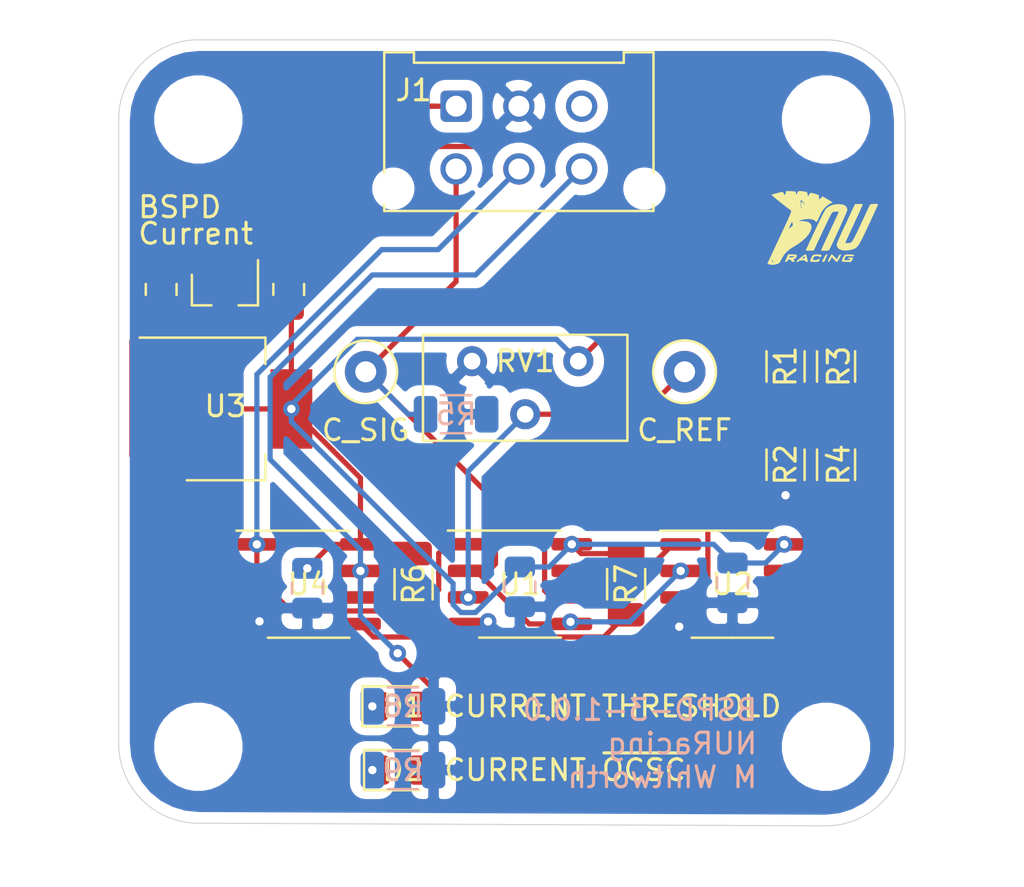
<source format=kicad_pcb>
(kicad_pcb (version 20171130) (host pcbnew "(5.1.6)-1")

  (general
    (thickness 1.6)
    (drawings 11)
    (tracks 154)
    (zones 0)
    (modules 30)
    (nets 16)
  )

  (page A4)
  (layers
    (0 F.Cu signal)
    (31 B.Cu signal)
    (32 B.Adhes user)
    (33 F.Adhes user)
    (34 B.Paste user)
    (35 F.Paste user)
    (36 B.SilkS user)
    (37 F.SilkS user)
    (38 B.Mask user)
    (39 F.Mask user)
    (40 Dwgs.User user)
    (41 Cmts.User user)
    (42 Eco1.User user)
    (43 Eco2.User user)
    (44 Edge.Cuts user)
    (45 Margin user)
    (46 B.CrtYd user)
    (47 F.CrtYd user)
    (48 B.Fab user)
    (49 F.Fab user)
  )

  (setup
    (last_trace_width 0.25)
    (trace_clearance 0.2)
    (zone_clearance 0.508)
    (zone_45_only no)
    (trace_min 0.2)
    (via_size 0.8)
    (via_drill 0.4)
    (via_min_size 0.4)
    (via_min_drill 0.3)
    (uvia_size 0.3)
    (uvia_drill 0.1)
    (uvias_allowed no)
    (uvia_min_size 0.2)
    (uvia_min_drill 0.1)
    (edge_width 0.05)
    (segment_width 0.2)
    (pcb_text_width 0.3)
    (pcb_text_size 1.5 1.5)
    (mod_edge_width 0.12)
    (mod_text_size 1 1)
    (mod_text_width 0.15)
    (pad_size 1.524 1.524)
    (pad_drill 0.762)
    (pad_to_mask_clearance 0.05)
    (aux_axis_origin 0 0)
    (visible_elements 7FFFFFFF)
    (pcbplotparams
      (layerselection 0x010fc_ffffffff)
      (usegerberextensions false)
      (usegerberattributes false)
      (usegerberadvancedattributes false)
      (creategerberjobfile false)
      (excludeedgelayer true)
      (linewidth 0.100000)
      (plotframeref false)
      (viasonmask false)
      (mode 1)
      (useauxorigin false)
      (hpglpennumber 1)
      (hpglpenspeed 20)
      (hpglpendiameter 15.000000)
      (psnegative false)
      (psa4output false)
      (plotreference true)
      (plotvalue true)
      (plotinvisibletext false)
      (padsonsilk false)
      (subtractmaskfromsilk false)
      (outputformat 1)
      (mirror false)
      (drillshape 0)
      (scaleselection 1)
      (outputdirectory "gerbers/"))
  )

  (net 0 "")
  (net 1 GND)
  (net 2 VCC)
  (net 3 "Net-(C2-Pad1)")
  (net 4 "Net-(D1-Pad1)")
  (net 5 /CURRENT_THRESHOLD)
  (net 6 /CURRENT_~OCSC)
  (net 7 "Net-(D2-Pad1)")
  (net 8 +12V)
  (net 9 /CURRENT_SENSE)
  (net 10 /SC)
  (net 11 /OC)
  (net 12 "Net-(R6-Pad2)")
  (net 13 "Net-(R7-Pad1)")
  (net 14 "Net-(RV1-Pad2)")
  (net 15 "Net-(J1-Pad3)")

  (net_class Default "This is the default net class."
    (clearance 0.2)
    (trace_width 0.25)
    (via_dia 0.8)
    (via_drill 0.4)
    (uvia_dia 0.3)
    (uvia_drill 0.1)
    (add_net +12V)
    (add_net /CURRENT_SENSE)
    (add_net /CURRENT_THRESHOLD)
    (add_net /CURRENT_~OCSC)
    (add_net /OC)
    (add_net /SC)
    (add_net GND)
    (add_net "Net-(C2-Pad1)")
    (add_net "Net-(D1-Pad1)")
    (add_net "Net-(D2-Pad1)")
    (add_net "Net-(J1-Pad3)")
    (add_net "Net-(R6-Pad2)")
    (add_net "Net-(R7-Pad1)")
    (add_net "Net-(RV1-Pad2)")
    (add_net VCC)
  )

  (module "Logos:NUR 5_7" locked (layer F.Cu) (tedit 0) (tstamp 60C83AF0)
    (at 102.87 51.562)
    (fp_text reference G*** (at 0 0) (layer F.SilkS) hide
      (effects (font (size 1.524 1.524) (thickness 0.3)))
    )
    (fp_text value LOGO (at 0.75 0) (layer F.SilkS) hide
      (effects (font (size 1.524 1.524) (thickness 0.3)))
    )
    (fp_poly (pts (xy 2.596985 -1.165919) (xy 2.636978 -1.15664) (xy 2.6416 -1.150607) (xy 2.631218 -1.124462)
      (xy 2.601576 -1.057237) (xy 2.554932 -0.953872) (xy 2.493543 -0.819305) (xy 2.419665 -0.658476)
      (xy 2.335555 -0.476324) (xy 2.24347 -0.277788) (xy 2.20345 -0.191757) (xy 2.083705 0.064466)
      (xy 1.982178 0.278552) (xy 1.896177 0.454661) (xy 1.823011 0.596954) (xy 1.759988 0.709591)
      (xy 1.704415 0.796732) (xy 1.653603 0.862538) (xy 1.604858 0.911168) (xy 1.55549 0.946784)
      (xy 1.502806 0.973544) (xy 1.444115 0.995611) (xy 1.432807 0.999372) (xy 1.290318 1.034578)
      (xy 1.138588 1.053087) (xy 0.999252 1.052949) (xy 0.935636 1.044196) (xy 0.807992 0.999884)
      (xy 0.720461 0.930912) (xy 0.67588 0.841024) (xy 0.677087 0.733967) (xy 0.683083 0.710791)
      (xy 0.699639 0.668135) (xy 0.735326 0.585166) (xy 0.787598 0.467513) (xy 0.853908 0.320805)
      (xy 0.931708 0.150672) (xy 1.018452 -0.037258) (xy 1.111594 -0.237354) (xy 1.12551 -0.267109)
      (xy 1.541342 -1.1557) (xy 1.723171 -1.163163) (xy 1.827977 -1.164276) (xy 1.887097 -1.156644)
      (xy 1.905 -1.140448) (xy 1.894577 -1.111438) (xy 1.864857 -1.041605) (xy 1.818167 -0.936097)
      (xy 1.756828 -0.800059) (xy 1.683167 -0.638639) (xy 1.599508 -0.456983) (xy 1.508174 -0.260239)
      (xy 1.4859 -0.21248) (xy 1.39326 -0.013709) (xy 1.307721 0.170446) (xy 1.231594 0.334962)
      (xy 1.167191 0.474813) (xy 1.116825 0.584975) (xy 1.082808 0.660423) (xy 1.067452 0.696133)
      (xy 1.0668 0.698254) (xy 1.089655 0.705651) (xy 1.148072 0.710337) (xy 1.193399 0.7112)
      (xy 1.282079 0.704983) (xy 1.344728 0.680793) (xy 1.393787 0.64135) (xy 1.429176 0.593439)
      (xy 1.483771 0.49854) (xy 1.557553 0.356687) (xy 1.650507 0.167914) (xy 1.762613 -0.067745)
      (xy 1.855304 -0.2667) (xy 1.944916 -0.459852) (xy 2.028555 -0.639035) (xy 2.103668 -0.798862)
      (xy 2.1677 -0.933943) (xy 2.218098 -1.038892) (xy 2.252308 -1.108319) (xy 2.267627 -1.13665)
      (xy 2.300543 -1.150719) (xy 2.364999 -1.161243) (xy 2.445933 -1.167658) (xy 2.528282 -1.169405)
      (xy 2.596985 -1.165919)) (layer F.SilkS) (width 0.01))
    (fp_poly (pts (xy 0.904596 -1.14324) (xy 1.029569 -1.107586) (xy 1.1136 -1.045852) (xy 1.158769 -0.956681)
      (xy 1.1684 -0.872997) (xy 1.158035 -0.839483) (xy 1.128797 -0.766122) (xy 1.08347 -0.65902)
      (xy 1.024838 -0.524283) (xy 0.955685 -0.368015) (xy 0.878794 -0.196324) (xy 0.79695 -0.015313)
      (xy 0.712937 0.168911) (xy 0.629538 0.350242) (xy 0.549538 0.522575) (xy 0.475721 0.679805)
      (xy 0.41087 0.815826) (xy 0.357769 0.924532) (xy 0.319203 0.999818) (xy 0.298386 1.03505)
      (xy 0.265004 1.049345) (xy 0.200299 1.059864) (xy 0.119291 1.066095) (xy 0.037002 1.067531)
      (xy -0.03155 1.06366) (xy -0.071342 1.053973) (xy -0.075871 1.04775) (xy -0.065385 1.021294)
      (xy -0.03561 0.953871) (xy 0.011155 0.850499) (xy 0.072611 0.716195) (xy 0.146459 0.555978)
      (xy 0.2304 0.374864) (xy 0.322136 0.177872) (xy 0.351827 0.1143) (xy 0.779195 -0.8001)
      (xy 0.651648 -0.807939) (xy 0.551581 -0.805749) (xy 0.480857 -0.781847) (xy 0.461327 -0.768909)
      (xy 0.431728 -0.731882) (xy 0.384011 -0.651219) (xy 0.317864 -0.526305) (xy 0.232971 -0.356524)
      (xy 0.12902 -0.141262) (xy 0.005696 0.120097) (xy -0.01576 0.16603) (xy -0.430071 1.0541)
      (xy -0.623924 1.061563) (xy -0.717494 1.062421) (xy -0.782606 1.057543) (xy -0.809027 1.047803)
      (xy -0.808938 1.045737) (xy -0.796583 1.018392) (xy -0.764982 0.950008) (xy -0.716449 0.845548)
      (xy -0.653296 0.709972) (xy -0.577833 0.548242) (xy -0.492375 0.365319) (xy -0.399231 0.166164)
      (xy -0.357434 0.076861) (xy -0.222188 -0.209656) (xy -0.106462 -0.449709) (xy -0.010293 -0.643229)
      (xy 0.066284 -0.790144) (xy 0.123232 -0.890385) (xy 0.160516 -0.943879) (xy 0.163112 -0.946605)
      (xy 0.306207 -1.054786) (xy 0.480007 -1.123435) (xy 0.68547 -1.1529) (xy 0.7366 -1.154167)
      (xy 0.904596 -1.14324)) (layer F.SilkS) (width 0.01))
    (fp_poly (pts (xy 1.301875 1.249845) (xy 1.401077 1.256178) (xy 1.459553 1.266922) (xy 1.487341 1.284678)
      (xy 1.493399 1.299445) (xy 1.492051 1.320037) (xy 1.471849 1.331126) (xy 1.423312 1.334066)
      (xy 1.336958 1.330214) (xy 1.296818 1.327565) (xy 1.202227 1.32259) (xy 1.130806 1.321705)
      (xy 1.094475 1.324956) (xy 1.0922 1.326768) (xy 1.083283 1.356555) (xy 1.061132 1.414106)
      (xy 1.053759 1.431998) (xy 1.015318 1.524) (xy 1.168059 1.524) (xy 1.256662 1.521085)
      (xy 1.304282 1.510751) (xy 1.320482 1.490611) (xy 1.3208 1.4859) (xy 1.298719 1.455257)
      (xy 1.2573 1.4478) (xy 1.209565 1.439105) (xy 1.1938 1.4224) (xy 1.216644 1.40791)
      (xy 1.275052 1.398714) (xy 1.3208 1.397) (xy 1.393237 1.400427) (xy 1.439176 1.40919)
      (xy 1.447705 1.41605) (xy 1.43551 1.44832) (xy 1.405481 1.503943) (xy 1.397278 1.51765)
      (xy 1.346946 1.6002) (xy 1.130673 1.6002) (xy 1.020314 1.598242) (xy 0.952828 1.591529)
      (xy 0.92041 1.578803) (xy 0.9144 1.565328) (xy 0.927293 1.505867) (xy 0.959634 1.427934)
      (xy 1.001909 1.349836) (xy 1.044608 1.289881) (xy 1.068233 1.269232) (xy 1.117923 1.256836)
      (xy 1.20064 1.249845) (xy 1.298767 1.249723) (xy 1.301875 1.249845)) (layer F.SilkS) (width 0.01))
    (fp_poly (pts (xy 0.863515 1.266824) (xy 0.8636 1.270724) (xy 0.851668 1.315904) (xy 0.821201 1.383573)
      (xy 0.780189 1.459778) (xy 0.736622 1.530567) (xy 0.698493 1.581988) (xy 0.674893 1.6002)
      (xy 0.640264 1.582294) (xy 0.586442 1.535802) (xy 0.536465 1.483354) (xy 0.433613 1.366508)
      (xy 0.376845 1.483354) (xy 0.336834 1.550345) (xy 0.297533 1.592412) (xy 0.267192 1.603459)
      (xy 0.254061 1.577396) (xy 0.254 1.574075) (xy 0.264805 1.537099) (xy 0.292344 1.47417)
      (xy 0.3293 1.399391) (xy 0.368356 1.326863) (xy 0.402196 1.270688) (xy 0.423502 1.244971)
      (xy 0.424943 1.2446) (xy 0.450797 1.261141) (xy 0.501159 1.304428) (xy 0.562727 1.362768)
      (xy 0.6827 1.480937) (xy 0.740111 1.362768) (xy 0.780312 1.295253) (xy 0.819714 1.252706)
      (xy 0.850166 1.241204) (xy 0.863515 1.266824)) (layer F.SilkS) (width 0.01))
    (fp_poly (pts (xy 0.20546 1.249003) (xy 0.21004 1.269038) (xy 0.195236 1.31494) (xy 0.162438 1.39065)
      (xy 0.125898 1.472493) (xy 0.097009 1.537913) (xy 0.083841 1.56845) (xy 0.057463 1.589719)
      (xy 0.015054 1.600887) (xy -0.019029 1.597598) (xy -0.0254 1.58798) (xy -0.014965 1.56086)
      (xy 0.012547 1.500719) (xy 0.051445 1.419949) (xy 0.056251 1.41018) (xy 0.113547 1.307341)
      (xy 0.159916 1.253543) (xy 0.182931 1.2446) (xy 0.20546 1.249003)) (layer F.SilkS) (width 0.01))
    (fp_poly (pts (xy -0.214842 1.249524) (xy -0.129736 1.256024) (xy -0.083906 1.267338) (xy -0.065828 1.287928)
      (xy -0.0635 1.3081) (xy -0.083965 1.353128) (xy -0.12347 1.367386) (xy -0.165157 1.365511)
      (xy -0.166421 1.348336) (xy -0.177103 1.330244) (xy -0.237482 1.321613) (xy -0.277249 1.3208)
      (xy -0.355726 1.323888) (xy -0.401096 1.338424) (xy -0.430932 1.372309) (xy -0.443848 1.395738)
      (xy -0.470688 1.455114) (xy -0.482568 1.496186) (xy -0.4826 1.497338) (xy -0.460801 1.515783)
      (xy -0.4071 1.523285) (xy -0.33904 1.520549) (xy -0.274166 1.508281) (xy -0.230023 1.487187)
      (xy -0.23002 1.487184) (xy -0.181258 1.46152) (xy -0.151336 1.475288) (xy -0.152305 1.517577)
      (xy -0.166932 1.544307) (xy -0.193572 1.573612) (xy -0.231049 1.590523) (xy -0.292581 1.598299)
      (xy -0.391386 1.600199) (xy -0.393642 1.6002) (xy -0.486359 1.597337) (xy -0.557674 1.589785)
      (xy -0.593806 1.579091) (xy -0.595212 1.577532) (xy -0.593079 1.543988) (xy -0.573379 1.479745)
      (xy -0.546512 1.413066) (xy -0.50617 1.331868) (xy -0.463956 1.281098) (xy -0.407465 1.25464)
      (xy -0.324294 1.246378) (xy -0.214842 1.249524)) (layer F.SilkS) (width 0.01))
    (fp_poly (pts (xy -0.801821 1.263835) (xy -0.77649 1.325088) (xy -0.760818 1.389998) (xy -0.742313 1.474647)
      (xy -0.726111 1.541108) (xy -0.718199 1.567798) (xy -0.727698 1.594101) (xy -0.76008 1.6002)
      (xy -0.810075 1.584426) (xy -0.829015 1.5621) (xy -0.857716 1.537152) (xy -0.924258 1.525483)
      (xy -0.977508 1.524) (xy -1.080876 1.532645) (xy -1.139307 1.558135) (xy -1.143 1.5621)
      (xy -1.193223 1.593313) (xy -1.228661 1.599286) (xy -1.261909 1.596201) (xy -1.260247 1.581991)
      (xy -1.221481 1.546689) (xy -1.216096 1.542136) (xy -1.162579 1.496527) (xy -1.105857 1.4478)
      (xy -0.999456 1.4478) (xy -0.931528 1.4478) (xy -0.880987 1.438832) (xy -0.864287 1.402446)
      (xy -0.8636 1.3843) (xy -0.866441 1.336504) (xy -0.871873 1.3208) (xy -0.892924 1.337302)
      (xy -0.933548 1.377692) (xy -0.9398 1.3843) (xy -0.999456 1.4478) (xy -1.105857 1.4478)
      (xy -1.087369 1.431919) (xy -1.010158 1.36525) (xy -0.936233 1.30576) (xy -0.872718 1.262665)
      (xy -0.832581 1.244691) (xy -0.830913 1.2446) (xy -0.801821 1.263835)) (layer F.SilkS) (width 0.01))
    (fp_poly (pts (xy -1.366845 1.248) (xy -1.294318 1.257026) (xy -1.257643 1.269917) (xy -1.256408 1.271443)
      (xy -1.246983 1.329488) (xy -1.273152 1.393729) (xy -1.325939 1.445988) (xy -1.348464 1.457843)
      (xy -1.397702 1.482341) (xy -1.405076 1.502559) (xy -1.385679 1.522855) (xy -1.349673 1.565685)
      (xy -1.361292 1.592396) (xy -1.409115 1.6002) (xy -1.476228 1.576615) (xy -1.513636 1.5367)
      (xy -1.558838 1.490744) (xy -1.603666 1.4732) (xy -1.649765 1.494525) (xy -1.681022 1.5367)
      (xy -1.717936 1.583787) (xy -1.756678 1.6002) (xy -1.795764 1.596031) (xy -1.8034 1.591013)
      (xy -1.793685 1.565118) (xy -1.76806 1.505336) (xy -1.731806 1.423946) (xy -1.726948 1.413213)
      (xy -1.713273 1.383053) (xy -1.611072 1.383053) (xy -1.584834 1.393198) (xy -1.521158 1.393396)
      (xy -1.493955 1.391967) (xy -1.41298 1.381504) (xy -1.362223 1.363365) (xy -1.35243 1.35255)
      (xy -1.365851 1.331333) (xy -1.412744 1.320263) (xy -1.476908 1.318859) (xy -1.542141 1.326636)
      (xy -1.592239 1.343113) (xy -1.609891 1.360217) (xy -1.611072 1.383053) (xy -1.713273 1.383053)
      (xy -1.650495 1.2446) (xy -1.461747 1.2446) (xy -1.366845 1.248)) (layer F.SilkS) (width 0.01))
    (fp_poly (pts (xy -1.530321 -1.772607) (xy -1.312499 -1.7653) (xy -1.282562 -1.6764) (xy -1.252626 -1.5875)
      (xy -1.218111 -1.682751) (xy -1.193424 -1.741316) (xy -1.163721 -1.768806) (xy -1.110871 -1.776552)
      (xy -1.068048 -1.776537) (xy -0.968749 -1.771276) (xy -0.8697 -1.760124) (xy -0.851642 -1.757176)
      (xy -0.788287 -1.74205) (xy -0.75475 -1.715511) (xy -0.735793 -1.661451) (xy -0.7286 -1.627101)
      (xy -0.706416 -1.514922) (xy -0.653016 -1.608361) (xy -0.620671 -1.659358) (xy -0.587847 -1.687523)
      (xy -0.543098 -1.694183) (xy -0.474979 -1.680663) (xy -0.372043 -1.648287) (xy -0.3556 -1.642794)
      (xy -0.1905 -1.5875) (xy -0.182524 -1.476145) (xy -0.174547 -1.364789) (xy -0.093154 -1.443677)
      (xy -0.011762 -1.522566) (xy 0.222719 -1.392093) (xy 0.318994 -1.337094) (xy 0.39611 -1.29032)
      (xy 0.444835 -1.257543) (xy 0.4572 -1.245513) (xy 0.435753 -1.2276) (xy 0.382281 -1.202684)
      (xy 0.36204 -1.194996) (xy 0.298513 -1.160093) (xy 0.216545 -1.098741) (xy 0.131334 -1.022556)
      (xy 0.11439 -1.005699) (xy 0.03947 -0.9245) (xy -0.021281 -0.844118) (xy -0.0769 -0.750314)
      (xy -0.136426 -0.62885) (xy -0.1651 -0.56541) (xy -0.218437 -0.44692) (xy -0.256042 -0.368889)
      (xy -0.282261 -0.325113) (xy -0.301435 -0.309385) (xy -0.317908 -0.3155) (xy -0.3302 -0.329509)
      (xy -0.410687 -0.395055) (xy -0.527744 -0.437117) (xy -0.67227 -0.454458) (xy -0.835164 -0.445838)
      (xy -0.978914 -0.417791) (xy -1.057805 -0.394629) (xy -1.119249 -0.37203) (xy -1.156044 -0.353773)
      (xy -1.16099 -0.343636) (xy -1.126884 -0.345397) (xy -1.111801 -0.348065) (xy -1.057306 -0.350349)
      (xy -0.970683 -0.345503) (xy -0.869942 -0.334577) (xy -0.862225 -0.333529) (xy -0.758601 -0.316575)
      (xy -0.690096 -0.296412) (xy -0.641122 -0.266779) (xy -0.603251 -0.229518) (xy -0.551518 -0.150234)
      (xy -0.535822 -0.061966) (xy -0.55633 0.044151) (xy -0.610853 0.172282) (xy -0.702176 0.314697)
      (xy -0.833734 0.463145) (xy -0.99692 0.609696) (xy -1.183125 0.746419) (xy -1.333532 0.8382)
      (xy -1.550725 0.973722) (xy -1.723293 1.114492) (xy -1.857406 1.266522) (xy -1.959235 1.435827)
      (xy -1.970046 1.458602) (xy -2.018899 1.558461) (xy -2.059192 1.622497) (xy -2.10019 1.662454)
      (xy -2.151159 1.690081) (xy -2.153408 1.691042) (xy -2.269713 1.727156) (xy -2.390813 1.743096)
      (xy -2.499293 1.737857) (xy -2.570128 1.715132) (xy -2.638355 1.676478) (xy -2.568284 1.525183)
      (xy -2.433232 1.525183) (xy -2.423602 1.586813) (xy -2.423382 1.587693) (xy -2.408641 1.632717)
      (xy -2.393768 1.632872) (xy -2.38204 1.614761) (xy -2.374947 1.559308) (xy -2.389214 1.534756)
      (xy -2.421421 1.507292) (xy -2.433232 1.525183) (xy -2.568284 1.525183) (xy -2.541285 1.466889)
      (xy -2.509982 1.399538) (xy -2.459899 1.292081) (xy -2.393793 1.150419) (xy -2.314421 0.980455)
      (xy -2.22454 0.78809) (xy -2.126905 0.579226) (xy -2.024274 0.359766) (xy -1.958391 0.218931)
      (xy -1.863911 0.016508) (xy -1.6256 0.016508) (xy -1.607893 0.009884) (xy -1.562474 -0.021315)
      (xy -1.524 -0.0508) (xy -1.465825 -0.102311) (xy -1.429231 -0.145174) (xy -1.422747 -0.160885)
      (xy -1.430714 -0.218821) (xy -1.448478 -0.273419) (xy -1.468688 -0.303552) (xy -1.472843 -0.3048)
      (xy -1.489735 -0.283782) (xy -1.519271 -0.230424) (xy -1.554537 -0.159269) (xy -1.588618 -0.08486)
      (xy -1.614601 -0.021742) (xy -1.62557 0.015542) (xy -1.6256 0.016508) (xy -1.863911 0.016508)
      (xy -1.841559 -0.03138) (xy -1.74507 -0.239678) (xy -1.667324 -0.409764) (xy -1.606722 -0.545442)
      (xy -1.561666 -0.650516) (xy -1.530556 -0.728788) (xy -1.511794 -0.784061) (xy -1.50378 -0.820138)
      (xy -1.504916 -0.840824) (xy -1.509871 -0.847869) (xy -1.682524 -0.980417) (xy -1.848189 -1.109402)
      (xy -1.927033 -1.171671) (xy -1.065376 -1.171671) (xy -1.058714 -1.085618) (xy -1.045183 -1.014916)
      (xy -1.04069 -1.001431) (xy -1.01851 -0.956647) (xy -1.001879 -0.945455) (xy -1.000751 -0.975617)
      (xy -1.01529 -1.026831) (xy -1.032764 -1.094264) (xy -1.040329 -1.167819) (xy -1.037812 -1.230891)
      (xy -1.025037 -1.266875) (xy -1.01785 -1.27) (xy -0.989011 -1.252121) (xy -0.941966 -1.206608)
      (xy -0.913618 -1.17475) (xy -0.869779 -1.126067) (xy -0.85472 -1.117872) (xy -0.864156 -1.143)
      (xy -0.908007 -1.219828) (xy -0.957672 -1.288913) (xy -1.003851 -1.339085) (xy -1.037245 -1.359175)
      (xy -1.043056 -1.357877) (xy -1.057656 -1.324206) (xy -1.065059 -1.256669) (xy -1.065376 -1.171671)
      (xy -1.927033 -1.171671) (xy -2.002325 -1.231134) (xy -2.14039 -1.341919) (xy -2.257845 -1.438067)
      (xy -2.350146 -1.515887) (xy -2.412753 -1.571686) (xy -2.441124 -1.601773) (xy -2.442058 -1.605625)
      (xy -2.41157 -1.618868) (xy -2.342876 -1.640181) (xy -2.247276 -1.666237) (xy -2.171356 -1.685286)
      (xy -1.9177 -1.746824) (xy -1.863386 -1.65865) (xy -1.826188 -1.605115) (xy -1.801468 -1.594542)
      (xy -1.782514 -1.629535) (xy -1.766059 -1.696407) (xy -1.748144 -1.779913) (xy -1.530321 -1.772607)) (layer F.SilkS) (width 0.01))
  )

  (module Connector_Molex:Molex_Micro-Fit_3.0_43045-0612_2x03_P3.00mm_Vertical (layer F.Cu) (tedit 5B78138F) (tstamp 60C4A811)
    (at 85.344 45.72)
    (descr "Molex Micro-Fit 3.0 Connector System, 43045-0612 (compatible alternatives: 43045-0613, 43045-0624), 3 Pins per row (http://www.molex.com/pdm_docs/sd/430450212_sd.pdf), generated with kicad-footprint-generator")
    (tags "connector Molex Micro-Fit_3.0 side entry")
    (path /60C08026)
    (fp_text reference J1 (at -2.032 -0.762) (layer F.SilkS)
      (effects (font (size 1 1) (thickness 0.15)))
    )
    (fp_text value Conn_01x06_Female (at 3 7.5) (layer F.Fab)
      (effects (font (size 1 1) (thickness 0.15)))
    )
    (fp_line (start -2.125 -1.97) (end -2.125 -2.47) (layer F.Fab) (width 0.1))
    (fp_line (start -2.125 -2.47) (end -3.325 -2.47) (layer F.Fab) (width 0.1))
    (fp_line (start -3.325 -2.47) (end -3.325 4.9) (layer F.Fab) (width 0.1))
    (fp_line (start -3.325 4.9) (end 9.325 4.9) (layer F.Fab) (width 0.1))
    (fp_line (start 9.325 4.9) (end 9.325 -2.47) (layer F.Fab) (width 0.1))
    (fp_line (start 9.325 -2.47) (end 8.125 -2.47) (layer F.Fab) (width 0.1))
    (fp_line (start 8.125 -2.47) (end 8.125 -1.97) (layer F.Fab) (width 0.1))
    (fp_line (start 8.125 -1.97) (end -2.125 -1.97) (layer F.Fab) (width 0.1))
    (fp_line (start -3.325 -1.34) (end -2.125 -1.97) (layer F.Fab) (width 0.1))
    (fp_line (start 9.325 -1.34) (end 8.125 -1.97) (layer F.Fab) (width 0.1))
    (fp_line (start 2.3 4.9) (end 2.3 6.3) (layer F.Fab) (width 0.1))
    (fp_line (start 2.3 6.3) (end 3.7 6.3) (layer F.Fab) (width 0.1))
    (fp_line (start 3.7 6.3) (end 3.7 4.9) (layer F.Fab) (width 0.1))
    (fp_line (start -0.5 -1.97) (end 0 -1.262893) (layer F.Fab) (width 0.1))
    (fp_line (start 0 -1.262893) (end 0.5 -1.97) (layer F.Fab) (width 0.1))
    (fp_line (start -3.435 4.7) (end -3.435 5.01) (layer F.SilkS) (width 0.12))
    (fp_line (start -3.435 5.01) (end 9.435 5.01) (layer F.SilkS) (width 0.12))
    (fp_line (start 9.435 5.01) (end 9.435 4.7) (layer F.SilkS) (width 0.12))
    (fp_line (start -3.435 3.18) (end -3.435 -2.58) (layer F.SilkS) (width 0.12))
    (fp_line (start -3.435 -2.58) (end -2.015 -2.58) (layer F.SilkS) (width 0.12))
    (fp_line (start -2.015 -2.58) (end -2.015 -2.08) (layer F.SilkS) (width 0.12))
    (fp_line (start -2.015 -2.08) (end 8.015 -2.08) (layer F.SilkS) (width 0.12))
    (fp_line (start 8.015 -2.08) (end 8.015 -2.58) (layer F.SilkS) (width 0.12))
    (fp_line (start 8.015 -2.58) (end 9.435 -2.58) (layer F.SilkS) (width 0.12))
    (fp_line (start 9.435 -2.58) (end 9.435 3.18) (layer F.SilkS) (width 0.12))
    (fp_line (start -3.82 -2.97) (end 9.82 -2.97) (layer F.CrtYd) (width 0.05))
    (fp_line (start 9.82 -2.97) (end 9.82 6.8) (layer F.CrtYd) (width 0.05))
    (fp_line (start 9.82 6.8) (end -3.82 6.8) (layer F.CrtYd) (width 0.05))
    (fp_line (start -3.82 6.8) (end -3.82 -2.97) (layer F.CrtYd) (width 0.05))
    (fp_text user %R (at 3 4.2) (layer F.Fab)
      (effects (font (size 1 1) (thickness 0.15)))
    )
    (pad "" np_thru_hole circle (at -3 3.94) (size 1 1) (drill 1) (layers *.Cu *.Mask))
    (pad "" np_thru_hole circle (at 9 3.94) (size 1 1) (drill 1) (layers *.Cu *.Mask))
    (pad 1 thru_hole roundrect (at 0 0) (size 1.5 1.5) (drill 1) (layers *.Cu *.Mask) (roundrect_rratio 0.166667)
      (net 8 +12V))
    (pad 2 thru_hole circle (at 3 0) (size 1.5 1.5) (drill 1) (layers *.Cu *.Mask)
      (net 1 GND))
    (pad 3 thru_hole circle (at 6 0) (size 1.5 1.5) (drill 1) (layers *.Cu *.Mask)
      (net 15 "Net-(J1-Pad3)"))
    (pad 4 thru_hole circle (at 0 3) (size 1.5 1.5) (drill 1) (layers *.Cu *.Mask)
      (net 9 /CURRENT_SENSE))
    (pad 5 thru_hole circle (at 3 3) (size 1.5 1.5) (drill 1) (layers *.Cu *.Mask)
      (net 5 /CURRENT_THRESHOLD))
    (pad 6 thru_hole circle (at 6 3) (size 1.5 1.5) (drill 1) (layers *.Cu *.Mask)
      (net 6 /CURRENT_~OCSC))
    (model ${KISYS3DMOD}/Connector_Molex.3dshapes/Molex_Micro-Fit_3.0_43045-0612_2x03_P3.00mm_Vertical.wrl
      (at (xyz 0 0 0))
      (scale (xyz 1 1 1))
      (rotate (xyz 0 0 0))
    )
  )

  (module MountingHole:MountingHole_3.2mm_M3 locked (layer F.Cu) (tedit 56D1B4CB) (tstamp 60C4D063)
    (at 73.025 76.355)
    (descr "Mounting Hole 3.2mm, no annular, M3")
    (tags "mounting hole 3.2mm no annular m3")
    (attr virtual)
    (fp_text reference REF** (at 0 -4.2) (layer F.Fab)
      (effects (font (size 1 1) (thickness 0.15)))
    )
    (fp_text value MountingHole_3.2mm_M3 (at 0 4.2) (layer F.Fab)
      (effects (font (size 1 1) (thickness 0.15)))
    )
    (fp_circle (center 0 0) (end 3.45 0) (layer F.CrtYd) (width 0.05))
    (fp_circle (center 0 0) (end 3.2 0) (layer Cmts.User) (width 0.15))
    (fp_text user %R (at 0.3 0) (layer F.Fab)
      (effects (font (size 1 1) (thickness 0.15)))
    )
    (pad 1 np_thru_hole circle (at 0 0) (size 3.2 3.2) (drill 3.2) (layers *.Cu *.Mask))
  )

  (module MountingHole:MountingHole_3.2mm_M3 locked (layer F.Cu) (tedit 56D1B4CB) (tstamp 60C4D046)
    (at 103.025 76.355)
    (descr "Mounting Hole 3.2mm, no annular, M3")
    (tags "mounting hole 3.2mm no annular m3")
    (attr virtual)
    (fp_text reference REF** (at 0 -4.2) (layer F.Fab)
      (effects (font (size 1 1) (thickness 0.15)))
    )
    (fp_text value MountingHole_3.2mm_M3 (at 0 4.2) (layer F.Fab)
      (effects (font (size 1 1) (thickness 0.15)))
    )
    (fp_circle (center 0 0) (end 3.45 0) (layer F.CrtYd) (width 0.05))
    (fp_circle (center 0 0) (end 3.2 0) (layer Cmts.User) (width 0.15))
    (fp_text user %R (at 0.3 0) (layer F.Fab)
      (effects (font (size 1 1) (thickness 0.15)))
    )
    (pad 1 np_thru_hole circle (at 0 0) (size 3.2 3.2) (drill 3.2) (layers *.Cu *.Mask))
  )

  (module MountingHole:MountingHole_3.2mm_M3 locked (layer F.Cu) (tedit 56D1B4CB) (tstamp 60C4D029)
    (at 103.025 46.355)
    (descr "Mounting Hole 3.2mm, no annular, M3")
    (tags "mounting hole 3.2mm no annular m3")
    (attr virtual)
    (fp_text reference REF** (at 0 -4.2) (layer F.Fab)
      (effects (font (size 1 1) (thickness 0.15)))
    )
    (fp_text value MountingHole_3.2mm_M3 (at 0 4.2) (layer F.Fab)
      (effects (font (size 1 1) (thickness 0.15)))
    )
    (fp_circle (center 0 0) (end 3.45 0) (layer F.CrtYd) (width 0.05))
    (fp_circle (center 0 0) (end 3.2 0) (layer Cmts.User) (width 0.15))
    (fp_text user %R (at 0.3 0) (layer F.Fab)
      (effects (font (size 1 1) (thickness 0.15)))
    )
    (pad 1 np_thru_hole circle (at 0 0) (size 3.2 3.2) (drill 3.2) (layers *.Cu *.Mask))
  )

  (module MountingHole:MountingHole_3.2mm_M3 locked (layer F.Cu) (tedit 56D1B4CB) (tstamp 60C4D00C)
    (at 73.025 46.355)
    (descr "Mounting Hole 3.2mm, no annular, M3")
    (tags "mounting hole 3.2mm no annular m3")
    (attr virtual)
    (fp_text reference REF** (at 0 -4.2) (layer F.Fab)
      (effects (font (size 1 1) (thickness 0.15)))
    )
    (fp_text value MountingHole_3.2mm_M3 (at 0 4.2) (layer F.Fab)
      (effects (font (size 1 1) (thickness 0.15)))
    )
    (fp_circle (center 0 0) (end 3.45 0) (layer F.CrtYd) (width 0.05))
    (fp_circle (center 0 0) (end 3.2 0) (layer Cmts.User) (width 0.15))
    (fp_text user %R (at 0.3 0) (layer F.Fab)
      (effects (font (size 1 1) (thickness 0.15)))
    )
    (pad 1 np_thru_hole circle (at 0 0) (size 3.2 3.2) (drill 3.2) (layers *.Cu *.Mask))
  )

  (module Capacitor_SMD:C_0805_2012Metric (layer B.Cu) (tedit 5F68FEEE) (tstamp 60C4A77D)
    (at 88.392 68.707 270)
    (descr "Capacitor SMD 0805 (2012 Metric), square (rectangular) end terminal, IPC_7351 nominal, (Body size source: IPC-SM-782 page 76, https://www.pcb-3d.com/wordpress/wp-content/uploads/ipc-sm-782a_amendment_1_and_2.pdf, https://docs.google.com/spreadsheets/d/1BsfQQcO9C6DZCsRaXUlFlo91Tg2WpOkGARC1WS5S8t0/edit?usp=sharing), generated with kicad-footprint-generator")
    (tags capacitor)
    (path /60BFC3C0)
    (attr smd)
    (fp_text reference C1 (at 0 1.68 90) (layer B.Fab)
      (effects (font (size 1 1) (thickness 0.15)) (justify mirror))
    )
    (fp_text value 0.1u (at 0 -1.68 90) (layer B.Fab)
      (effects (font (size 1 1) (thickness 0.15)) (justify mirror))
    )
    (fp_line (start 1.7 -0.98) (end -1.7 -0.98) (layer B.CrtYd) (width 0.05))
    (fp_line (start 1.7 0.98) (end 1.7 -0.98) (layer B.CrtYd) (width 0.05))
    (fp_line (start -1.7 0.98) (end 1.7 0.98) (layer B.CrtYd) (width 0.05))
    (fp_line (start -1.7 -0.98) (end -1.7 0.98) (layer B.CrtYd) (width 0.05))
    (fp_line (start -0.261252 -0.735) (end 0.261252 -0.735) (layer B.SilkS) (width 0.12))
    (fp_line (start -0.261252 0.735) (end 0.261252 0.735) (layer B.SilkS) (width 0.12))
    (fp_line (start 1 -0.625) (end -1 -0.625) (layer B.Fab) (width 0.1))
    (fp_line (start 1 0.625) (end 1 -0.625) (layer B.Fab) (width 0.1))
    (fp_line (start -1 0.625) (end 1 0.625) (layer B.Fab) (width 0.1))
    (fp_line (start -1 -0.625) (end -1 0.625) (layer B.Fab) (width 0.1))
    (fp_text user %R (at 0 0 90) (layer B.Fab)
      (effects (font (size 0.5 0.5) (thickness 0.08)) (justify mirror))
    )
    (pad 2 smd roundrect (at 0.95 0 270) (size 1 1.45) (layers B.Cu B.Paste B.Mask) (roundrect_rratio 0.25)
      (net 1 GND))
    (pad 1 smd roundrect (at -0.95 0 270) (size 1 1.45) (layers B.Cu B.Paste B.Mask) (roundrect_rratio 0.25)
      (net 2 VCC))
    (model ${KISYS3DMOD}/Capacitor_SMD.3dshapes/C_0805_2012Metric.wrl
      (at (xyz 0 0 0))
      (scale (xyz 1 1 1))
      (rotate (xyz 0 0 0))
    )
  )

  (module Capacitor_SMD:C_0805_2012Metric (layer F.Cu) (tedit 5F68FEEE) (tstamp 60C4A78E)
    (at 71.247 54.483 90)
    (descr "Capacitor SMD 0805 (2012 Metric), square (rectangular) end terminal, IPC_7351 nominal, (Body size source: IPC-SM-782 page 76, https://www.pcb-3d.com/wordpress/wp-content/uploads/ipc-sm-782a_amendment_1_and_2.pdf, https://docs.google.com/spreadsheets/d/1BsfQQcO9C6DZCsRaXUlFlo91Tg2WpOkGARC1WS5S8t0/edit?usp=sharing), generated with kicad-footprint-generator")
    (tags capacitor)
    (path /60BF4130)
    (attr smd)
    (fp_text reference C2 (at -0.066 0 90) (layer F.Fab)
      (effects (font (size 1 1) (thickness 0.15)))
    )
    (fp_text value 10u (at 0 1.68 90) (layer F.Fab)
      (effects (font (size 1 1) (thickness 0.15)))
    )
    (fp_line (start -1 0.625) (end -1 -0.625) (layer F.Fab) (width 0.1))
    (fp_line (start -1 -0.625) (end 1 -0.625) (layer F.Fab) (width 0.1))
    (fp_line (start 1 -0.625) (end 1 0.625) (layer F.Fab) (width 0.1))
    (fp_line (start 1 0.625) (end -1 0.625) (layer F.Fab) (width 0.1))
    (fp_line (start -0.261252 -0.735) (end 0.261252 -0.735) (layer F.SilkS) (width 0.12))
    (fp_line (start -0.261252 0.735) (end 0.261252 0.735) (layer F.SilkS) (width 0.12))
    (fp_line (start -1.7 0.98) (end -1.7 -0.98) (layer F.CrtYd) (width 0.05))
    (fp_line (start -1.7 -0.98) (end 1.7 -0.98) (layer F.CrtYd) (width 0.05))
    (fp_line (start 1.7 -0.98) (end 1.7 0.98) (layer F.CrtYd) (width 0.05))
    (fp_line (start 1.7 0.98) (end -1.7 0.98) (layer F.CrtYd) (width 0.05))
    (fp_text user %R (at 0 0 90) (layer F.Fab)
      (effects (font (size 0.5 0.5) (thickness 0.08)))
    )
    (pad 1 smd roundrect (at -0.95 0 90) (size 1 1.45) (layers F.Cu F.Paste F.Mask) (roundrect_rratio 0.25)
      (net 3 "Net-(C2-Pad1)"))
    (pad 2 smd roundrect (at 0.95 0 90) (size 1 1.45) (layers F.Cu F.Paste F.Mask) (roundrect_rratio 0.25)
      (net 1 GND))
    (model ${KISYS3DMOD}/Capacitor_SMD.3dshapes/C_0805_2012Metric.wrl
      (at (xyz 0 0 0))
      (scale (xyz 1 1 1))
      (rotate (xyz 0 0 0))
    )
  )

  (module Capacitor_SMD:C_0805_2012Metric (layer B.Cu) (tedit 5F68FEEE) (tstamp 60C4A79F)
    (at 98.552 68.5165 270)
    (descr "Capacitor SMD 0805 (2012 Metric), square (rectangular) end terminal, IPC_7351 nominal, (Body size source: IPC-SM-782 page 76, https://www.pcb-3d.com/wordpress/wp-content/uploads/ipc-sm-782a_amendment_1_and_2.pdf, https://docs.google.com/spreadsheets/d/1BsfQQcO9C6DZCsRaXUlFlo91Tg2WpOkGARC1WS5S8t0/edit?usp=sharing), generated with kicad-footprint-generator")
    (tags capacitor)
    (path /60BFB52D)
    (attr smd)
    (fp_text reference C3 (at 0 1.68 90) (layer B.Fab)
      (effects (font (size 1 1) (thickness 0.15)) (justify mirror))
    )
    (fp_text value 0.1u (at 0 -1.68 90) (layer B.Fab)
      (effects (font (size 1 1) (thickness 0.15)) (justify mirror))
    )
    (fp_line (start -1 -0.625) (end -1 0.625) (layer B.Fab) (width 0.1))
    (fp_line (start -1 0.625) (end 1 0.625) (layer B.Fab) (width 0.1))
    (fp_line (start 1 0.625) (end 1 -0.625) (layer B.Fab) (width 0.1))
    (fp_line (start 1 -0.625) (end -1 -0.625) (layer B.Fab) (width 0.1))
    (fp_line (start -0.261252 0.735) (end 0.261252 0.735) (layer B.SilkS) (width 0.12))
    (fp_line (start -0.261252 -0.735) (end 0.261252 -0.735) (layer B.SilkS) (width 0.12))
    (fp_line (start -1.7 -0.98) (end -1.7 0.98) (layer B.CrtYd) (width 0.05))
    (fp_line (start -1.7 0.98) (end 1.7 0.98) (layer B.CrtYd) (width 0.05))
    (fp_line (start 1.7 0.98) (end 1.7 -0.98) (layer B.CrtYd) (width 0.05))
    (fp_line (start 1.7 -0.98) (end -1.7 -0.98) (layer B.CrtYd) (width 0.05))
    (fp_text user %R (at 0 0 90) (layer B.Fab)
      (effects (font (size 0.5 0.5) (thickness 0.08)) (justify mirror))
    )
    (pad 1 smd roundrect (at -0.95 0 270) (size 1 1.45) (layers B.Cu B.Paste B.Mask) (roundrect_rratio 0.25)
      (net 2 VCC))
    (pad 2 smd roundrect (at 0.95 0 270) (size 1 1.45) (layers B.Cu B.Paste B.Mask) (roundrect_rratio 0.25)
      (net 1 GND))
    (model ${KISYS3DMOD}/Capacitor_SMD.3dshapes/C_0805_2012Metric.wrl
      (at (xyz 0 0 0))
      (scale (xyz 1 1 1))
      (rotate (xyz 0 0 0))
    )
  )

  (module Capacitor_SMD:C_0805_2012Metric (layer F.Cu) (tedit 5F68FEEE) (tstamp 60C4A7B0)
    (at 77.343 54.483 90)
    (descr "Capacitor SMD 0805 (2012 Metric), square (rectangular) end terminal, IPC_7351 nominal, (Body size source: IPC-SM-782 page 76, https://www.pcb-3d.com/wordpress/wp-content/uploads/ipc-sm-782a_amendment_1_and_2.pdf, https://docs.google.com/spreadsheets/d/1BsfQQcO9C6DZCsRaXUlFlo91Tg2WpOkGARC1WS5S8t0/edit?usp=sharing), generated with kicad-footprint-generator")
    (tags capacitor)
    (path /60BF375E)
    (attr smd)
    (fp_text reference C4 (at 0 0 90) (layer F.Fab)
      (effects (font (size 1 1) (thickness 0.15)))
    )
    (fp_text value 10u (at 0 1.68 90) (layer F.Fab)
      (effects (font (size 1 1) (thickness 0.15)))
    )
    (fp_line (start 1.7 0.98) (end -1.7 0.98) (layer F.CrtYd) (width 0.05))
    (fp_line (start 1.7 -0.98) (end 1.7 0.98) (layer F.CrtYd) (width 0.05))
    (fp_line (start -1.7 -0.98) (end 1.7 -0.98) (layer F.CrtYd) (width 0.05))
    (fp_line (start -1.7 0.98) (end -1.7 -0.98) (layer F.CrtYd) (width 0.05))
    (fp_line (start -0.261252 0.735) (end 0.261252 0.735) (layer F.SilkS) (width 0.12))
    (fp_line (start -0.261252 -0.735) (end 0.261252 -0.735) (layer F.SilkS) (width 0.12))
    (fp_line (start 1 0.625) (end -1 0.625) (layer F.Fab) (width 0.1))
    (fp_line (start 1 -0.625) (end 1 0.625) (layer F.Fab) (width 0.1))
    (fp_line (start -1 -0.625) (end 1 -0.625) (layer F.Fab) (width 0.1))
    (fp_line (start -1 0.625) (end -1 -0.625) (layer F.Fab) (width 0.1))
    (fp_text user %R (at 0 0 90) (layer F.Fab)
      (effects (font (size 0.5 0.5) (thickness 0.08)))
    )
    (pad 2 smd roundrect (at 0.95 0 90) (size 1 1.45) (layers F.Cu F.Paste F.Mask) (roundrect_rratio 0.25)
      (net 1 GND))
    (pad 1 smd roundrect (at -0.95 0 90) (size 1 1.45) (layers F.Cu F.Paste F.Mask) (roundrect_rratio 0.25)
      (net 2 VCC))
    (model ${KISYS3DMOD}/Capacitor_SMD.3dshapes/C_0805_2012Metric.wrl
      (at (xyz 0 0 0))
      (scale (xyz 1 1 1))
      (rotate (xyz 0 0 0))
    )
  )

  (module Capacitor_SMD:C_0805_2012Metric (layer B.Cu) (tedit 5F68FEEE) (tstamp 60C4A7C1)
    (at 78.232 68.7705 270)
    (descr "Capacitor SMD 0805 (2012 Metric), square (rectangular) end terminal, IPC_7351 nominal, (Body size source: IPC-SM-782 page 76, https://www.pcb-3d.com/wordpress/wp-content/uploads/ipc-sm-782a_amendment_1_and_2.pdf, https://docs.google.com/spreadsheets/d/1BsfQQcO9C6DZCsRaXUlFlo91Tg2WpOkGARC1WS5S8t0/edit?usp=sharing), generated with kicad-footprint-generator")
    (tags capacitor)
    (path /60BFDEFA)
    (attr smd)
    (fp_text reference C5 (at 0 1.68 90) (layer B.Fab)
      (effects (font (size 1 1) (thickness 0.15)) (justify mirror))
    )
    (fp_text value 0.1u (at 0 -1.68 90) (layer B.Fab)
      (effects (font (size 1 1) (thickness 0.15)) (justify mirror))
    )
    (fp_line (start -1 -0.625) (end -1 0.625) (layer B.Fab) (width 0.1))
    (fp_line (start -1 0.625) (end 1 0.625) (layer B.Fab) (width 0.1))
    (fp_line (start 1 0.625) (end 1 -0.625) (layer B.Fab) (width 0.1))
    (fp_line (start 1 -0.625) (end -1 -0.625) (layer B.Fab) (width 0.1))
    (fp_line (start -0.261252 0.735) (end 0.261252 0.735) (layer B.SilkS) (width 0.12))
    (fp_line (start -0.261252 -0.735) (end 0.261252 -0.735) (layer B.SilkS) (width 0.12))
    (fp_line (start -1.7 -0.98) (end -1.7 0.98) (layer B.CrtYd) (width 0.05))
    (fp_line (start -1.7 0.98) (end 1.7 0.98) (layer B.CrtYd) (width 0.05))
    (fp_line (start 1.7 0.98) (end 1.7 -0.98) (layer B.CrtYd) (width 0.05))
    (fp_line (start 1.7 -0.98) (end -1.7 -0.98) (layer B.CrtYd) (width 0.05))
    (fp_text user %R (at 0 0 90) (layer B.Fab)
      (effects (font (size 0.5 0.5) (thickness 0.08)) (justify mirror))
    )
    (pad 1 smd roundrect (at -0.95 0 270) (size 1 1.45) (layers B.Cu B.Paste B.Mask) (roundrect_rratio 0.25)
      (net 2 VCC))
    (pad 2 smd roundrect (at 0.95 0 270) (size 1 1.45) (layers B.Cu B.Paste B.Mask) (roundrect_rratio 0.25)
      (net 1 GND))
    (model ${KISYS3DMOD}/Capacitor_SMD.3dshapes/C_0805_2012Metric.wrl
      (at (xyz 0 0 0))
      (scale (xyz 1 1 1))
      (rotate (xyz 0 0 0))
    )
  )

  (module LED_SMD:LED_0805_2012Metric (layer F.Cu) (tedit 5F68FEF1) (tstamp 60C4A7D4)
    (at 82.55 74.422)
    (descr "LED SMD 0805 (2012 Metric), square (rectangular) end terminal, IPC_7351 nominal, (Body size source: https://docs.google.com/spreadsheets/d/1BsfQQcO9C6DZCsRaXUlFlo91Tg2WpOkGARC1WS5S8t0/edit?usp=sharing), generated with kicad-footprint-generator")
    (tags LED)
    (path /60BF1ECE)
    (attr smd)
    (fp_text reference D1 (at 0.254 0) (layer F.SilkS)
      (effects (font (size 1 1) (thickness 0.15)))
    )
    (fp_text value "CURRENT THRESHOLD" (at 10.287 0) (layer F.SilkS)
      (effects (font (size 1 1) (thickness 0.15)))
    )
    (fp_line (start 1 -0.6) (end -0.7 -0.6) (layer F.Fab) (width 0.1))
    (fp_line (start -0.7 -0.6) (end -1 -0.3) (layer F.Fab) (width 0.1))
    (fp_line (start -1 -0.3) (end -1 0.6) (layer F.Fab) (width 0.1))
    (fp_line (start -1 0.6) (end 1 0.6) (layer F.Fab) (width 0.1))
    (fp_line (start 1 0.6) (end 1 -0.6) (layer F.Fab) (width 0.1))
    (fp_line (start 1 -0.96) (end -1.685 -0.96) (layer F.SilkS) (width 0.12))
    (fp_line (start -1.685 -0.96) (end -1.685 0.96) (layer F.SilkS) (width 0.12))
    (fp_line (start -1.685 0.96) (end 1 0.96) (layer F.SilkS) (width 0.12))
    (fp_line (start -1.68 0.95) (end -1.68 -0.95) (layer F.CrtYd) (width 0.05))
    (fp_line (start -1.68 -0.95) (end 1.68 -0.95) (layer F.CrtYd) (width 0.05))
    (fp_line (start 1.68 -0.95) (end 1.68 0.95) (layer F.CrtYd) (width 0.05))
    (fp_line (start 1.68 0.95) (end -1.68 0.95) (layer F.CrtYd) (width 0.05))
    (fp_text user %R (at 0 0) (layer F.Fab)
      (effects (font (size 0.5 0.5) (thickness 0.08)))
    )
    (pad 1 smd roundrect (at -0.9375 0) (size 0.975 1.4) (layers F.Cu F.Paste F.Mask) (roundrect_rratio 0.25)
      (net 4 "Net-(D1-Pad1)"))
    (pad 2 smd roundrect (at 0.9375 0) (size 0.975 1.4) (layers F.Cu F.Paste F.Mask) (roundrect_rratio 0.25)
      (net 5 /CURRENT_THRESHOLD))
    (model ${KISYS3DMOD}/LED_SMD.3dshapes/LED_0805_2012Metric.wrl
      (at (xyz 0 0 0))
      (scale (xyz 1 1 1))
      (rotate (xyz 0 0 0))
    )
  )

  (module LED_SMD:LED_0805_2012Metric (layer F.Cu) (tedit 5F68FEF1) (tstamp 60C4A7E7)
    (at 82.6285 77.47)
    (descr "LED SMD 0805 (2012 Metric), square (rectangular) end terminal, IPC_7351 nominal, (Body size source: https://docs.google.com/spreadsheets/d/1BsfQQcO9C6DZCsRaXUlFlo91Tg2WpOkGARC1WS5S8t0/edit?usp=sharing), generated with kicad-footprint-generator")
    (tags LED)
    (path /60BF3219)
    (attr smd)
    (fp_text reference D2 (at 0.1755 0) (layer F.SilkS)
      (effects (font (size 1 1) (thickness 0.15)))
    )
    (fp_text value "CURRENT ~OCSC" (at 7.9225 0) (layer F.SilkS)
      (effects (font (size 1 1) (thickness 0.15)))
    )
    (fp_line (start 1.68 0.95) (end -1.68 0.95) (layer F.CrtYd) (width 0.05))
    (fp_line (start 1.68 -0.95) (end 1.68 0.95) (layer F.CrtYd) (width 0.05))
    (fp_line (start -1.68 -0.95) (end 1.68 -0.95) (layer F.CrtYd) (width 0.05))
    (fp_line (start -1.68 0.95) (end -1.68 -0.95) (layer F.CrtYd) (width 0.05))
    (fp_line (start -1.685 0.96) (end 1 0.96) (layer F.SilkS) (width 0.12))
    (fp_line (start -1.685 -0.96) (end -1.685 0.96) (layer F.SilkS) (width 0.12))
    (fp_line (start 1 -0.96) (end -1.685 -0.96) (layer F.SilkS) (width 0.12))
    (fp_line (start 1 0.6) (end 1 -0.6) (layer F.Fab) (width 0.1))
    (fp_line (start -1 0.6) (end 1 0.6) (layer F.Fab) (width 0.1))
    (fp_line (start -1 -0.3) (end -1 0.6) (layer F.Fab) (width 0.1))
    (fp_line (start -0.7 -0.6) (end -1 -0.3) (layer F.Fab) (width 0.1))
    (fp_line (start 1 -0.6) (end -0.7 -0.6) (layer F.Fab) (width 0.1))
    (fp_text user %R (at 0 0) (layer F.Fab)
      (effects (font (size 0.5 0.5) (thickness 0.08)))
    )
    (pad 2 smd roundrect (at 0.9375 0) (size 0.975 1.4) (layers F.Cu F.Paste F.Mask) (roundrect_rratio 0.25)
      (net 6 /CURRENT_~OCSC))
    (pad 1 smd roundrect (at -0.9375 0) (size 0.975 1.4) (layers F.Cu F.Paste F.Mask) (roundrect_rratio 0.25)
      (net 7 "Net-(D2-Pad1)"))
    (model ${KISYS3DMOD}/LED_SMD.3dshapes/LED_0805_2012Metric.wrl
      (at (xyz 0 0 0))
      (scale (xyz 1 1 1))
      (rotate (xyz 0 0 0))
    )
  )

  (module Package_TO_SOT_SMD:SOT-23 (layer F.Cu) (tedit 5A02FF57) (tstamp 60C4A826)
    (at 74.295 54.483 270)
    (descr "SOT-23, Standard")
    (tags SOT-23)
    (path /60BF14A7)
    (attr smd)
    (fp_text reference Q1 (at 0 -2.5 90) (layer F.Fab)
      (effects (font (size 1 1) (thickness 0.15)))
    )
    (fp_text value Q_PMOS_DGS (at 0 2.5 90) (layer F.Fab)
      (effects (font (size 1 1) (thickness 0.15)))
    )
    (fp_line (start -0.7 -0.95) (end -0.7 1.5) (layer F.Fab) (width 0.1))
    (fp_line (start -0.15 -1.52) (end 0.7 -1.52) (layer F.Fab) (width 0.1))
    (fp_line (start -0.7 -0.95) (end -0.15 -1.52) (layer F.Fab) (width 0.1))
    (fp_line (start 0.7 -1.52) (end 0.7 1.52) (layer F.Fab) (width 0.1))
    (fp_line (start -0.7 1.52) (end 0.7 1.52) (layer F.Fab) (width 0.1))
    (fp_line (start 0.76 1.58) (end 0.76 0.65) (layer F.SilkS) (width 0.12))
    (fp_line (start 0.76 -1.58) (end 0.76 -0.65) (layer F.SilkS) (width 0.12))
    (fp_line (start -1.7 -1.75) (end 1.7 -1.75) (layer F.CrtYd) (width 0.05))
    (fp_line (start 1.7 -1.75) (end 1.7 1.75) (layer F.CrtYd) (width 0.05))
    (fp_line (start 1.7 1.75) (end -1.7 1.75) (layer F.CrtYd) (width 0.05))
    (fp_line (start -1.7 1.75) (end -1.7 -1.75) (layer F.CrtYd) (width 0.05))
    (fp_line (start 0.76 -1.58) (end -1.4 -1.58) (layer F.SilkS) (width 0.12))
    (fp_line (start 0.76 1.58) (end -0.7 1.58) (layer F.SilkS) (width 0.12))
    (fp_text user %R (at 0 0) (layer F.Fab)
      (effects (font (size 0.5 0.5) (thickness 0.075)))
    )
    (pad 1 smd rect (at -1 -0.95 270) (size 0.9 0.8) (layers F.Cu F.Paste F.Mask)
      (net 8 +12V))
    (pad 2 smd rect (at -1 0.95 270) (size 0.9 0.8) (layers F.Cu F.Paste F.Mask)
      (net 1 GND))
    (pad 3 smd rect (at 1 0 270) (size 0.9 0.8) (layers F.Cu F.Paste F.Mask)
      (net 3 "Net-(C2-Pad1)"))
    (model ${KISYS3DMOD}/Package_TO_SOT_SMD.3dshapes/SOT-23.wrl
      (at (xyz 0 0 0))
      (scale (xyz 1 1 1))
      (rotate (xyz 0 0 0))
    )
  )

  (module Resistor_SMD:R_1206_3216Metric (layer F.Cu) (tedit 5F68FEEE) (tstamp 60C4A837)
    (at 101.092 58.166 90)
    (descr "Resistor SMD 1206 (3216 Metric), square (rectangular) end terminal, IPC_7351 nominal, (Body size source: IPC-SM-782 page 72, https://www.pcb-3d.com/wordpress/wp-content/uploads/ipc-sm-782a_amendment_1_and_2.pdf), generated with kicad-footprint-generator")
    (tags resistor)
    (path /60BF7047)
    (attr smd)
    (fp_text reference R1 (at 0 0 90) (layer F.SilkS)
      (effects (font (size 1 1) (thickness 0.15)))
    )
    (fp_text value 10k (at 0 1.82 90) (layer F.Fab)
      (effects (font (size 1 1) (thickness 0.15)))
    )
    (fp_line (start -1.6 0.8) (end -1.6 -0.8) (layer F.Fab) (width 0.1))
    (fp_line (start -1.6 -0.8) (end 1.6 -0.8) (layer F.Fab) (width 0.1))
    (fp_line (start 1.6 -0.8) (end 1.6 0.8) (layer F.Fab) (width 0.1))
    (fp_line (start 1.6 0.8) (end -1.6 0.8) (layer F.Fab) (width 0.1))
    (fp_line (start -0.727064 -0.91) (end 0.727064 -0.91) (layer F.SilkS) (width 0.12))
    (fp_line (start -0.727064 0.91) (end 0.727064 0.91) (layer F.SilkS) (width 0.12))
    (fp_line (start -2.28 1.12) (end -2.28 -1.12) (layer F.CrtYd) (width 0.05))
    (fp_line (start -2.28 -1.12) (end 2.28 -1.12) (layer F.CrtYd) (width 0.05))
    (fp_line (start 2.28 -1.12) (end 2.28 1.12) (layer F.CrtYd) (width 0.05))
    (fp_line (start 2.28 1.12) (end -2.28 1.12) (layer F.CrtYd) (width 0.05))
    (fp_text user %R (at 0 0 90) (layer F.Fab)
      (effects (font (size 0.8 0.8) (thickness 0.12)))
    )
    (pad 1 smd roundrect (at -1.4625 0 90) (size 1.125 1.75) (layers F.Cu F.Paste F.Mask) (roundrect_rratio 0.222222)
      (net 10 /SC))
    (pad 2 smd roundrect (at 1.4625 0 90) (size 1.125 1.75) (layers F.Cu F.Paste F.Mask) (roundrect_rratio 0.222222)
      (net 2 VCC))
    (model ${KISYS3DMOD}/Resistor_SMD.3dshapes/R_1206_3216Metric.wrl
      (at (xyz 0 0 0))
      (scale (xyz 1 1 1))
      (rotate (xyz 0 0 0))
    )
  )

  (module Resistor_SMD:R_1206_3216Metric (layer F.Cu) (tedit 5F68FEEE) (tstamp 60C4A848)
    (at 101.092 62.865 270)
    (descr "Resistor SMD 1206 (3216 Metric), square (rectangular) end terminal, IPC_7351 nominal, (Body size source: IPC-SM-782 page 72, https://www.pcb-3d.com/wordpress/wp-content/uploads/ipc-sm-782a_amendment_1_and_2.pdf), generated with kicad-footprint-generator")
    (tags resistor)
    (path /60BF728F)
    (attr smd)
    (fp_text reference R2 (at 0 0 90) (layer F.SilkS)
      (effects (font (size 1 1) (thickness 0.15)))
    )
    (fp_text value 100k (at 0 1.82 90) (layer F.Fab)
      (effects (font (size 1 1) (thickness 0.15)))
    )
    (fp_line (start 2.28 1.12) (end -2.28 1.12) (layer F.CrtYd) (width 0.05))
    (fp_line (start 2.28 -1.12) (end 2.28 1.12) (layer F.CrtYd) (width 0.05))
    (fp_line (start -2.28 -1.12) (end 2.28 -1.12) (layer F.CrtYd) (width 0.05))
    (fp_line (start -2.28 1.12) (end -2.28 -1.12) (layer F.CrtYd) (width 0.05))
    (fp_line (start -0.727064 0.91) (end 0.727064 0.91) (layer F.SilkS) (width 0.12))
    (fp_line (start -0.727064 -0.91) (end 0.727064 -0.91) (layer F.SilkS) (width 0.12))
    (fp_line (start 1.6 0.8) (end -1.6 0.8) (layer F.Fab) (width 0.1))
    (fp_line (start 1.6 -0.8) (end 1.6 0.8) (layer F.Fab) (width 0.1))
    (fp_line (start -1.6 -0.8) (end 1.6 -0.8) (layer F.Fab) (width 0.1))
    (fp_line (start -1.6 0.8) (end -1.6 -0.8) (layer F.Fab) (width 0.1))
    (fp_text user %R (at 0 0 90) (layer F.Fab)
      (effects (font (size 0.8 0.8) (thickness 0.12)))
    )
    (pad 2 smd roundrect (at 1.4625 0 270) (size 1.125 1.75) (layers F.Cu F.Paste F.Mask) (roundrect_rratio 0.222222)
      (net 1 GND))
    (pad 1 smd roundrect (at -1.4625 0 270) (size 1.125 1.75) (layers F.Cu F.Paste F.Mask) (roundrect_rratio 0.222222)
      (net 10 /SC))
    (model ${KISYS3DMOD}/Resistor_SMD.3dshapes/R_1206_3216Metric.wrl
      (at (xyz 0 0 0))
      (scale (xyz 1 1 1))
      (rotate (xyz 0 0 0))
    )
  )

  (module Resistor_SMD:R_1206_3216Metric (layer F.Cu) (tedit 5F68FEEE) (tstamp 60C4A859)
    (at 103.505 58.166 270)
    (descr "Resistor SMD 1206 (3216 Metric), square (rectangular) end terminal, IPC_7351 nominal, (Body size source: IPC-SM-782 page 72, https://www.pcb-3d.com/wordpress/wp-content/uploads/ipc-sm-782a_amendment_1_and_2.pdf), generated with kicad-footprint-generator")
    (tags resistor)
    (path /60BFA322)
    (attr smd)
    (fp_text reference R3 (at 0 -0.127 90) (layer F.SilkS)
      (effects (font (size 1 1) (thickness 0.15)))
    )
    (fp_text value 100K (at 0 1.82 90) (layer F.Fab)
      (effects (font (size 1 1) (thickness 0.15)))
    )
    (fp_line (start -1.6 0.8) (end -1.6 -0.8) (layer F.Fab) (width 0.1))
    (fp_line (start -1.6 -0.8) (end 1.6 -0.8) (layer F.Fab) (width 0.1))
    (fp_line (start 1.6 -0.8) (end 1.6 0.8) (layer F.Fab) (width 0.1))
    (fp_line (start 1.6 0.8) (end -1.6 0.8) (layer F.Fab) (width 0.1))
    (fp_line (start -0.727064 -0.91) (end 0.727064 -0.91) (layer F.SilkS) (width 0.12))
    (fp_line (start -0.727064 0.91) (end 0.727064 0.91) (layer F.SilkS) (width 0.12))
    (fp_line (start -2.28 1.12) (end -2.28 -1.12) (layer F.CrtYd) (width 0.05))
    (fp_line (start -2.28 -1.12) (end 2.28 -1.12) (layer F.CrtYd) (width 0.05))
    (fp_line (start 2.28 -1.12) (end 2.28 1.12) (layer F.CrtYd) (width 0.05))
    (fp_line (start 2.28 1.12) (end -2.28 1.12) (layer F.CrtYd) (width 0.05))
    (fp_text user %R (at 0 0 90) (layer F.Fab)
      (effects (font (size 0.8 0.8) (thickness 0.12)))
    )
    (pad 1 smd roundrect (at -1.4625 0 270) (size 1.125 1.75) (layers F.Cu F.Paste F.Mask) (roundrect_rratio 0.222222)
      (net 2 VCC))
    (pad 2 smd roundrect (at 1.4625 0 270) (size 1.125 1.75) (layers F.Cu F.Paste F.Mask) (roundrect_rratio 0.222222)
      (net 11 /OC))
    (model ${KISYS3DMOD}/Resistor_SMD.3dshapes/R_1206_3216Metric.wrl
      (at (xyz 0 0 0))
      (scale (xyz 1 1 1))
      (rotate (xyz 0 0 0))
    )
  )

  (module Resistor_SMD:R_1206_3216Metric (layer F.Cu) (tedit 5F68FEEE) (tstamp 60C4A86A)
    (at 103.505 62.865 270)
    (descr "Resistor SMD 1206 (3216 Metric), square (rectangular) end terminal, IPC_7351 nominal, (Body size source: IPC-SM-782 page 72, https://www.pcb-3d.com/wordpress/wp-content/uploads/ipc-sm-782a_amendment_1_and_2.pdf), generated with kicad-footprint-generator")
    (tags resistor)
    (path /60BFA328)
    (attr smd)
    (fp_text reference R4 (at 0 -0.127 90) (layer F.SilkS)
      (effects (font (size 1 1) (thickness 0.15)))
    )
    (fp_text value 10K (at 0 1.82 90) (layer F.Fab)
      (effects (font (size 1 1) (thickness 0.15)))
    )
    (fp_line (start 2.28 1.12) (end -2.28 1.12) (layer F.CrtYd) (width 0.05))
    (fp_line (start 2.28 -1.12) (end 2.28 1.12) (layer F.CrtYd) (width 0.05))
    (fp_line (start -2.28 -1.12) (end 2.28 -1.12) (layer F.CrtYd) (width 0.05))
    (fp_line (start -2.28 1.12) (end -2.28 -1.12) (layer F.CrtYd) (width 0.05))
    (fp_line (start -0.727064 0.91) (end 0.727064 0.91) (layer F.SilkS) (width 0.12))
    (fp_line (start -0.727064 -0.91) (end 0.727064 -0.91) (layer F.SilkS) (width 0.12))
    (fp_line (start 1.6 0.8) (end -1.6 0.8) (layer F.Fab) (width 0.1))
    (fp_line (start 1.6 -0.8) (end 1.6 0.8) (layer F.Fab) (width 0.1))
    (fp_line (start -1.6 -0.8) (end 1.6 -0.8) (layer F.Fab) (width 0.1))
    (fp_line (start -1.6 0.8) (end -1.6 -0.8) (layer F.Fab) (width 0.1))
    (fp_text user %R (at 0 0 90) (layer F.Fab)
      (effects (font (size 0.8 0.8) (thickness 0.12)))
    )
    (pad 2 smd roundrect (at 1.4625 0 270) (size 1.125 1.75) (layers F.Cu F.Paste F.Mask) (roundrect_rratio 0.222222)
      (net 1 GND))
    (pad 1 smd roundrect (at -1.4625 0 270) (size 1.125 1.75) (layers F.Cu F.Paste F.Mask) (roundrect_rratio 0.222222)
      (net 11 /OC))
    (model ${KISYS3DMOD}/Resistor_SMD.3dshapes/R_1206_3216Metric.wrl
      (at (xyz 0 0 0))
      (scale (xyz 1 1 1))
      (rotate (xyz 0 0 0))
    )
  )

  (module Resistor_SMD:R_1206_3216Metric (layer B.Cu) (tedit 5F68FEEE) (tstamp 60C4A87B)
    (at 85.344 60.452)
    (descr "Resistor SMD 1206 (3216 Metric), square (rectangular) end terminal, IPC_7351 nominal, (Body size source: IPC-SM-782 page 72, https://www.pcb-3d.com/wordpress/wp-content/uploads/ipc-sm-782a_amendment_1_and_2.pdf), generated with kicad-footprint-generator")
    (tags resistor)
    (path /60C02D18)
    (attr smd)
    (fp_text reference R5 (at 0 0) (layer B.SilkS)
      (effects (font (size 1 1) (thickness 0.15)) (justify mirror))
    )
    (fp_text value 10K (at 0 -1.82) (layer B.Fab)
      (effects (font (size 1 1) (thickness 0.15)) (justify mirror))
    )
    (fp_line (start -1.6 -0.8) (end -1.6 0.8) (layer B.Fab) (width 0.1))
    (fp_line (start -1.6 0.8) (end 1.6 0.8) (layer B.Fab) (width 0.1))
    (fp_line (start 1.6 0.8) (end 1.6 -0.8) (layer B.Fab) (width 0.1))
    (fp_line (start 1.6 -0.8) (end -1.6 -0.8) (layer B.Fab) (width 0.1))
    (fp_line (start -0.727064 0.91) (end 0.727064 0.91) (layer B.SilkS) (width 0.12))
    (fp_line (start -0.727064 -0.91) (end 0.727064 -0.91) (layer B.SilkS) (width 0.12))
    (fp_line (start -2.28 -1.12) (end -2.28 1.12) (layer B.CrtYd) (width 0.05))
    (fp_line (start -2.28 1.12) (end 2.28 1.12) (layer B.CrtYd) (width 0.05))
    (fp_line (start 2.28 1.12) (end 2.28 -1.12) (layer B.CrtYd) (width 0.05))
    (fp_line (start 2.28 -1.12) (end -2.28 -1.12) (layer B.CrtYd) (width 0.05))
    (fp_text user %R (at 0 0) (layer B.Fab)
      (effects (font (size 0.8 0.8) (thickness 0.12)) (justify mirror))
    )
    (pad 1 smd roundrect (at -1.4625 0) (size 1.125 1.75) (layers B.Cu B.Paste B.Mask) (roundrect_rratio 0.222222)
      (net 9 /CURRENT_SENSE))
    (pad 2 smd roundrect (at 1.4625 0) (size 1.125 1.75) (layers B.Cu B.Paste B.Mask) (roundrect_rratio 0.222222)
      (net 1 GND))
    (model ${KISYS3DMOD}/Resistor_SMD.3dshapes/R_1206_3216Metric.wrl
      (at (xyz 0 0 0))
      (scale (xyz 1 1 1))
      (rotate (xyz 0 0 0))
    )
  )

  (module Resistor_SMD:R_1206_3216Metric (layer F.Cu) (tedit 5F68FEEE) (tstamp 60C4A88C)
    (at 83.312 68.58 270)
    (descr "Resistor SMD 1206 (3216 Metric), square (rectangular) end terminal, IPC_7351 nominal, (Body size source: IPC-SM-782 page 72, https://www.pcb-3d.com/wordpress/wp-content/uploads/ipc-sm-782a_amendment_1_and_2.pdf), generated with kicad-footprint-generator")
    (tags resistor)
    (path /60C06DFE)
    (attr smd)
    (fp_text reference R6 (at 0 0 90) (layer F.SilkS)
      (effects (font (size 1 1) (thickness 0.15)))
    )
    (fp_text value 10K (at 0 1.82 90) (layer F.Fab)
      (effects (font (size 1 1) (thickness 0.15)))
    )
    (fp_line (start -1.6 0.8) (end -1.6 -0.8) (layer F.Fab) (width 0.1))
    (fp_line (start -1.6 -0.8) (end 1.6 -0.8) (layer F.Fab) (width 0.1))
    (fp_line (start 1.6 -0.8) (end 1.6 0.8) (layer F.Fab) (width 0.1))
    (fp_line (start 1.6 0.8) (end -1.6 0.8) (layer F.Fab) (width 0.1))
    (fp_line (start -0.727064 -0.91) (end 0.727064 -0.91) (layer F.SilkS) (width 0.12))
    (fp_line (start -0.727064 0.91) (end 0.727064 0.91) (layer F.SilkS) (width 0.12))
    (fp_line (start -2.28 1.12) (end -2.28 -1.12) (layer F.CrtYd) (width 0.05))
    (fp_line (start -2.28 -1.12) (end 2.28 -1.12) (layer F.CrtYd) (width 0.05))
    (fp_line (start 2.28 -1.12) (end 2.28 1.12) (layer F.CrtYd) (width 0.05))
    (fp_line (start 2.28 1.12) (end -2.28 1.12) (layer F.CrtYd) (width 0.05))
    (fp_text user %R (at 0 0 90) (layer F.Fab)
      (effects (font (size 0.8 0.8) (thickness 0.12)))
    )
    (pad 1 smd roundrect (at -1.4625 0 270) (size 1.125 1.75) (layers F.Cu F.Paste F.Mask) (roundrect_rratio 0.222222)
      (net 2 VCC))
    (pad 2 smd roundrect (at 1.4625 0 270) (size 1.125 1.75) (layers F.Cu F.Paste F.Mask) (roundrect_rratio 0.222222)
      (net 12 "Net-(R6-Pad2)"))
    (model ${KISYS3DMOD}/Resistor_SMD.3dshapes/R_1206_3216Metric.wrl
      (at (xyz 0 0 0))
      (scale (xyz 1 1 1))
      (rotate (xyz 0 0 0))
    )
  )

  (module Resistor_SMD:R_1206_3216Metric (layer F.Cu) (tedit 5F68FEEE) (tstamp 60C4A89D)
    (at 93.472 68.58 90)
    (descr "Resistor SMD 1206 (3216 Metric), square (rectangular) end terminal, IPC_7351 nominal, (Body size source: IPC-SM-782 page 72, https://www.pcb-3d.com/wordpress/wp-content/uploads/ipc-sm-782a_amendment_1_and_2.pdf), generated with kicad-footprint-generator")
    (tags resistor)
    (path /60C041D7)
    (attr smd)
    (fp_text reference R7 (at 0 0 90) (layer F.SilkS)
      (effects (font (size 1 1) (thickness 0.15)))
    )
    (fp_text value 10K (at 0 1.82 90) (layer F.Fab)
      (effects (font (size 1 1) (thickness 0.15)))
    )
    (fp_line (start 2.28 1.12) (end -2.28 1.12) (layer F.CrtYd) (width 0.05))
    (fp_line (start 2.28 -1.12) (end 2.28 1.12) (layer F.CrtYd) (width 0.05))
    (fp_line (start -2.28 -1.12) (end 2.28 -1.12) (layer F.CrtYd) (width 0.05))
    (fp_line (start -2.28 1.12) (end -2.28 -1.12) (layer F.CrtYd) (width 0.05))
    (fp_line (start -0.727064 0.91) (end 0.727064 0.91) (layer F.SilkS) (width 0.12))
    (fp_line (start -0.727064 -0.91) (end 0.727064 -0.91) (layer F.SilkS) (width 0.12))
    (fp_line (start 1.6 0.8) (end -1.6 0.8) (layer F.Fab) (width 0.1))
    (fp_line (start 1.6 -0.8) (end 1.6 0.8) (layer F.Fab) (width 0.1))
    (fp_line (start -1.6 -0.8) (end 1.6 -0.8) (layer F.Fab) (width 0.1))
    (fp_line (start -1.6 0.8) (end -1.6 -0.8) (layer F.Fab) (width 0.1))
    (fp_text user %R (at 0 0 90) (layer F.Fab)
      (effects (font (size 0.8 0.8) (thickness 0.12)))
    )
    (pad 2 smd roundrect (at 1.4625 0 90) (size 1.125 1.75) (layers F.Cu F.Paste F.Mask) (roundrect_rratio 0.222222)
      (net 2 VCC))
    (pad 1 smd roundrect (at -1.4625 0 90) (size 1.125 1.75) (layers F.Cu F.Paste F.Mask) (roundrect_rratio 0.222222)
      (net 13 "Net-(R7-Pad1)"))
    (model ${KISYS3DMOD}/Resistor_SMD.3dshapes/R_1206_3216Metric.wrl
      (at (xyz 0 0 0))
      (scale (xyz 1 1 1))
      (rotate (xyz 0 0 0))
    )
  )

  (module Resistor_SMD:R_1206_3216Metric (layer B.Cu) (tedit 5F68FEEE) (tstamp 60C4A8AE)
    (at 82.804 74.422)
    (descr "Resistor SMD 1206 (3216 Metric), square (rectangular) end terminal, IPC_7351 nominal, (Body size source: IPC-SM-782 page 72, https://www.pcb-3d.com/wordpress/wp-content/uploads/ipc-sm-782a_amendment_1_and_2.pdf), generated with kicad-footprint-generator")
    (tags resistor)
    (path /60BF3A75)
    (attr smd)
    (fp_text reference R8 (at 0 0) (layer B.SilkS)
      (effects (font (size 1 1) (thickness 0.15)) (justify mirror))
    )
    (fp_text value R (at 0 -1.82) (layer B.Fab)
      (effects (font (size 1 1) (thickness 0.15)) (justify mirror))
    )
    (fp_line (start 2.28 -1.12) (end -2.28 -1.12) (layer B.CrtYd) (width 0.05))
    (fp_line (start 2.28 1.12) (end 2.28 -1.12) (layer B.CrtYd) (width 0.05))
    (fp_line (start -2.28 1.12) (end 2.28 1.12) (layer B.CrtYd) (width 0.05))
    (fp_line (start -2.28 -1.12) (end -2.28 1.12) (layer B.CrtYd) (width 0.05))
    (fp_line (start -0.727064 -0.91) (end 0.727064 -0.91) (layer B.SilkS) (width 0.12))
    (fp_line (start -0.727064 0.91) (end 0.727064 0.91) (layer B.SilkS) (width 0.12))
    (fp_line (start 1.6 -0.8) (end -1.6 -0.8) (layer B.Fab) (width 0.1))
    (fp_line (start 1.6 0.8) (end 1.6 -0.8) (layer B.Fab) (width 0.1))
    (fp_line (start -1.6 0.8) (end 1.6 0.8) (layer B.Fab) (width 0.1))
    (fp_line (start -1.6 -0.8) (end -1.6 0.8) (layer B.Fab) (width 0.1))
    (fp_text user %R (at 0 0) (layer B.Fab)
      (effects (font (size 0.8 0.8) (thickness 0.12)) (justify mirror))
    )
    (pad 2 smd roundrect (at 1.4625 0) (size 1.125 1.75) (layers B.Cu B.Paste B.Mask) (roundrect_rratio 0.222222)
      (net 1 GND))
    (pad 1 smd roundrect (at -1.4625 0) (size 1.125 1.75) (layers B.Cu B.Paste B.Mask) (roundrect_rratio 0.222222)
      (net 4 "Net-(D1-Pad1)"))
    (model ${KISYS3DMOD}/Resistor_SMD.3dshapes/R_1206_3216Metric.wrl
      (at (xyz 0 0 0))
      (scale (xyz 1 1 1))
      (rotate (xyz 0 0 0))
    )
  )

  (module Resistor_SMD:R_1206_3216Metric (layer B.Cu) (tedit 5F68FEEE) (tstamp 60C4A8BF)
    (at 82.804 77.47)
    (descr "Resistor SMD 1206 (3216 Metric), square (rectangular) end terminal, IPC_7351 nominal, (Body size source: IPC-SM-782 page 72, https://www.pcb-3d.com/wordpress/wp-content/uploads/ipc-sm-782a_amendment_1_and_2.pdf), generated with kicad-footprint-generator")
    (tags resistor)
    (path /60BF66DB)
    (attr smd)
    (fp_text reference R9 (at 0 0) (layer B.SilkS)
      (effects (font (size 1 1) (thickness 0.15)) (justify mirror))
    )
    (fp_text value R (at 0 -1.82) (layer B.Fab)
      (effects (font (size 1 1) (thickness 0.15)) (justify mirror))
    )
    (fp_line (start -1.6 -0.8) (end -1.6 0.8) (layer B.Fab) (width 0.1))
    (fp_line (start -1.6 0.8) (end 1.6 0.8) (layer B.Fab) (width 0.1))
    (fp_line (start 1.6 0.8) (end 1.6 -0.8) (layer B.Fab) (width 0.1))
    (fp_line (start 1.6 -0.8) (end -1.6 -0.8) (layer B.Fab) (width 0.1))
    (fp_line (start -0.727064 0.91) (end 0.727064 0.91) (layer B.SilkS) (width 0.12))
    (fp_line (start -0.727064 -0.91) (end 0.727064 -0.91) (layer B.SilkS) (width 0.12))
    (fp_line (start -2.28 -1.12) (end -2.28 1.12) (layer B.CrtYd) (width 0.05))
    (fp_line (start -2.28 1.12) (end 2.28 1.12) (layer B.CrtYd) (width 0.05))
    (fp_line (start 2.28 1.12) (end 2.28 -1.12) (layer B.CrtYd) (width 0.05))
    (fp_line (start 2.28 -1.12) (end -2.28 -1.12) (layer B.CrtYd) (width 0.05))
    (fp_text user %R (at 0 0) (layer B.Fab)
      (effects (font (size 0.8 0.8) (thickness 0.12)) (justify mirror))
    )
    (pad 1 smd roundrect (at -1.4625 0) (size 1.125 1.75) (layers B.Cu B.Paste B.Mask) (roundrect_rratio 0.222222)
      (net 7 "Net-(D2-Pad1)"))
    (pad 2 smd roundrect (at 1.4625 0) (size 1.125 1.75) (layers B.Cu B.Paste B.Mask) (roundrect_rratio 0.222222)
      (net 1 GND))
    (model ${KISYS3DMOD}/Resistor_SMD.3dshapes/R_1206_3216Metric.wrl
      (at (xyz 0 0 0))
      (scale (xyz 1 1 1))
      (rotate (xyz 0 0 0))
    )
  )

  (module Potentiometer_THT:Potentiometer_Bourns_3296Y_Vertical (layer F.Cu) (tedit 5A3D4994) (tstamp 60C4A8D6)
    (at 91.186 57.912)
    (descr "Potentiometer, vertical, Bourns 3296Y, https://www.bourns.com/pdfs/3296.pdf")
    (tags "Potentiometer vertical Bourns 3296Y")
    (path /60C0194C)
    (fp_text reference RV1 (at -2.54 0) (layer F.SilkS)
      (effects (font (size 1 1) (thickness 0.15)))
    )
    (fp_text value R_Potentiometer (at -2.54 4.94) (layer F.Fab)
      (effects (font (size 1 1) (thickness 0.15)))
    )
    (fp_circle (center 0.955 2.42) (end 2.05 2.42) (layer F.Fab) (width 0.1))
    (fp_line (start -7.305 -1.14) (end -7.305 3.69) (layer F.Fab) (width 0.1))
    (fp_line (start -7.305 3.69) (end 2.225 3.69) (layer F.Fab) (width 0.1))
    (fp_line (start 2.225 3.69) (end 2.225 -1.14) (layer F.Fab) (width 0.1))
    (fp_line (start 2.225 -1.14) (end -7.305 -1.14) (layer F.Fab) (width 0.1))
    (fp_line (start 0.955 3.505) (end 0.956 1.336) (layer F.Fab) (width 0.1))
    (fp_line (start 0.955 3.505) (end 0.956 1.336) (layer F.Fab) (width 0.1))
    (fp_line (start -7.425 -1.26) (end 2.345 -1.26) (layer F.SilkS) (width 0.12))
    (fp_line (start -7.425 3.81) (end 2.345 3.81) (layer F.SilkS) (width 0.12))
    (fp_line (start -7.425 -1.26) (end -7.425 3.81) (layer F.SilkS) (width 0.12))
    (fp_line (start 2.345 -1.26) (end 2.345 3.81) (layer F.SilkS) (width 0.12))
    (fp_line (start -7.6 -1.4) (end -7.6 3.95) (layer F.CrtYd) (width 0.05))
    (fp_line (start -7.6 3.95) (end 2.5 3.95) (layer F.CrtYd) (width 0.05))
    (fp_line (start 2.5 3.95) (end 2.5 -1.4) (layer F.CrtYd) (width 0.05))
    (fp_line (start 2.5 -1.4) (end -7.6 -1.4) (layer F.CrtYd) (width 0.05))
    (fp_text user %R (at -3.175 1.275) (layer F.Fab)
      (effects (font (size 1 1) (thickness 0.15)))
    )
    (pad 1 thru_hole circle (at 0 0) (size 1.44 1.44) (drill 0.8) (layers *.Cu *.Mask)
      (net 2 VCC))
    (pad 2 thru_hole circle (at -2.54 2.54) (size 1.44 1.44) (drill 0.8) (layers *.Cu *.Mask)
      (net 14 "Net-(RV1-Pad2)"))
    (pad 3 thru_hole circle (at -5.08 0) (size 1.44 1.44) (drill 0.8) (layers *.Cu *.Mask)
      (net 1 GND))
    (model ${KISYS3DMOD}/Potentiometer_THT.3dshapes/Potentiometer_Bourns_3296Y_Vertical.wrl
      (at (xyz 0 0 0))
      (scale (xyz 1 1 1))
      (rotate (xyz 0 0 0))
    )
  )

  (module Package_SO:SOIC-8_3.9x4.9mm_P1.27mm (layer F.Cu) (tedit 5D9F72B1) (tstamp 60C4A900)
    (at 88.399501 68.574501)
    (descr "SOIC, 8 Pin (JEDEC MS-012AA, https://www.analog.com/media/en/package-pcb-resources/package/pkg_pdf/soic_narrow-r/r_8.pdf), generated with kicad-footprint-generator ipc_gullwing_generator.py")
    (tags "SOIC SO")
    (path /60BFB395)
    (attr smd)
    (fp_text reference U1 (at -0.007501 0.005499) (layer F.SilkS)
      (effects (font (size 1 1) (thickness 0.15)))
    )
    (fp_text value LM393 (at 0 3.4) (layer F.Fab)
      (effects (font (size 1 1) (thickness 0.15)))
    )
    (fp_line (start 3.7 -2.7) (end -3.7 -2.7) (layer F.CrtYd) (width 0.05))
    (fp_line (start 3.7 2.7) (end 3.7 -2.7) (layer F.CrtYd) (width 0.05))
    (fp_line (start -3.7 2.7) (end 3.7 2.7) (layer F.CrtYd) (width 0.05))
    (fp_line (start -3.7 -2.7) (end -3.7 2.7) (layer F.CrtYd) (width 0.05))
    (fp_line (start -1.95 -1.475) (end -0.975 -2.45) (layer F.Fab) (width 0.1))
    (fp_line (start -1.95 2.45) (end -1.95 -1.475) (layer F.Fab) (width 0.1))
    (fp_line (start 1.95 2.45) (end -1.95 2.45) (layer F.Fab) (width 0.1))
    (fp_line (start 1.95 -2.45) (end 1.95 2.45) (layer F.Fab) (width 0.1))
    (fp_line (start -0.975 -2.45) (end 1.95 -2.45) (layer F.Fab) (width 0.1))
    (fp_line (start 0 -2.56) (end -3.45 -2.56) (layer F.SilkS) (width 0.12))
    (fp_line (start 0 -2.56) (end 1.95 -2.56) (layer F.SilkS) (width 0.12))
    (fp_line (start 0 2.56) (end -1.95 2.56) (layer F.SilkS) (width 0.12))
    (fp_line (start 0 2.56) (end 1.95 2.56) (layer F.SilkS) (width 0.12))
    (fp_text user %R (at 0 0) (layer F.Fab)
      (effects (font (size 0.98 0.98) (thickness 0.15)))
    )
    (pad 8 smd roundrect (at 2.475 -1.905) (size 1.95 0.6) (layers F.Cu F.Paste F.Mask) (roundrect_rratio 0.25)
      (net 2 VCC))
    (pad 7 smd roundrect (at 2.475 -0.635) (size 1.95 0.6) (layers F.Cu F.Paste F.Mask) (roundrect_rratio 0.25)
      (net 13 "Net-(R7-Pad1)"))
    (pad 6 smd roundrect (at 2.475 0.635) (size 1.95 0.6) (layers F.Cu F.Paste F.Mask) (roundrect_rratio 0.25)
      (net 11 /OC))
    (pad 5 smd roundrect (at 2.475 1.905) (size 1.95 0.6) (layers F.Cu F.Paste F.Mask) (roundrect_rratio 0.25)
      (net 9 /CURRENT_SENSE))
    (pad 4 smd roundrect (at -2.475 1.905) (size 1.95 0.6) (layers F.Cu F.Paste F.Mask) (roundrect_rratio 0.25)
      (net 1 GND))
    (pad 3 smd roundrect (at -2.475 0.635) (size 1.95 0.6) (layers F.Cu F.Paste F.Mask) (roundrect_rratio 0.25)
      (net 14 "Net-(RV1-Pad2)"))
    (pad 2 smd roundrect (at -2.475 -0.635) (size 1.95 0.6) (layers F.Cu F.Paste F.Mask) (roundrect_rratio 0.25)
      (net 9 /CURRENT_SENSE))
    (pad 1 smd roundrect (at -2.475 -1.905) (size 1.95 0.6) (layers F.Cu F.Paste F.Mask) (roundrect_rratio 0.25)
      (net 12 "Net-(R6-Pad2)"))
    (model ${KISYS3DMOD}/Package_SO.3dshapes/SOIC-8_3.9x4.9mm_P1.27mm.wrl
      (at (xyz 0 0 0))
      (scale (xyz 1 1 1))
      (rotate (xyz 0 0 0))
    )
  )

  (module Package_SO:SOIC-8_3.9x4.9mm_P1.27mm (layer F.Cu) (tedit 5D9F72B1) (tstamp 60C4A91A)
    (at 98.552 68.58)
    (descr "SOIC, 8 Pin (JEDEC MS-012AA, https://www.analog.com/media/en/package-pcb-resources/package/pkg_pdf/soic_narrow-r/r_8.pdf), generated with kicad-footprint-generator ipc_gullwing_generator.py")
    (tags "SOIC SO")
    (path /60BFC008)
    (attr smd)
    (fp_text reference U2 (at 0 0) (layer F.SilkS)
      (effects (font (size 1 1) (thickness 0.15)))
    )
    (fp_text value LM393 (at 0 3.4) (layer F.Fab)
      (effects (font (size 1 1) (thickness 0.15)))
    )
    (fp_line (start 0 2.56) (end 1.95 2.56) (layer F.SilkS) (width 0.12))
    (fp_line (start 0 2.56) (end -1.95 2.56) (layer F.SilkS) (width 0.12))
    (fp_line (start 0 -2.56) (end 1.95 -2.56) (layer F.SilkS) (width 0.12))
    (fp_line (start 0 -2.56) (end -3.45 -2.56) (layer F.SilkS) (width 0.12))
    (fp_line (start -0.975 -2.45) (end 1.95 -2.45) (layer F.Fab) (width 0.1))
    (fp_line (start 1.95 -2.45) (end 1.95 2.45) (layer F.Fab) (width 0.1))
    (fp_line (start 1.95 2.45) (end -1.95 2.45) (layer F.Fab) (width 0.1))
    (fp_line (start -1.95 2.45) (end -1.95 -1.475) (layer F.Fab) (width 0.1))
    (fp_line (start -1.95 -1.475) (end -0.975 -2.45) (layer F.Fab) (width 0.1))
    (fp_line (start -3.7 -2.7) (end -3.7 2.7) (layer F.CrtYd) (width 0.05))
    (fp_line (start -3.7 2.7) (end 3.7 2.7) (layer F.CrtYd) (width 0.05))
    (fp_line (start 3.7 2.7) (end 3.7 -2.7) (layer F.CrtYd) (width 0.05))
    (fp_line (start 3.7 -2.7) (end -3.7 -2.7) (layer F.CrtYd) (width 0.05))
    (fp_text user %R (at 0 0) (layer F.Fab)
      (effects (font (size 0.98 0.98) (thickness 0.15)))
    )
    (pad 1 smd roundrect (at -2.475 -1.905) (size 1.95 0.6) (layers F.Cu F.Paste F.Mask) (roundrect_rratio 0.25)
      (net 13 "Net-(R7-Pad1)"))
    (pad 2 smd roundrect (at -2.475 -0.635) (size 1.95 0.6) (layers F.Cu F.Paste F.Mask) (roundrect_rratio 0.25)
      (net 9 /CURRENT_SENSE))
    (pad 3 smd roundrect (at -2.475 0.635) (size 1.95 0.6) (layers F.Cu F.Paste F.Mask) (roundrect_rratio 0.25)
      (net 10 /SC))
    (pad 4 smd roundrect (at -2.475 1.905) (size 1.95 0.6) (layers F.Cu F.Paste F.Mask) (roundrect_rratio 0.25)
      (net 1 GND))
    (pad 5 smd roundrect (at 2.475 1.905) (size 1.95 0.6) (layers F.Cu F.Paste F.Mask) (roundrect_rratio 0.25))
    (pad 6 smd roundrect (at 2.475 0.635) (size 1.95 0.6) (layers F.Cu F.Paste F.Mask) (roundrect_rratio 0.25))
    (pad 7 smd roundrect (at 2.475 -0.635) (size 1.95 0.6) (layers F.Cu F.Paste F.Mask) (roundrect_rratio 0.25))
    (pad 8 smd roundrect (at 2.475 -1.905) (size 1.95 0.6) (layers F.Cu F.Paste F.Mask) (roundrect_rratio 0.25)
      (net 2 VCC))
    (model ${KISYS3DMOD}/Package_SO.3dshapes/SOIC-8_3.9x4.9mm_P1.27mm.wrl
      (at (xyz 0 0 0))
      (scale (xyz 1 1 1))
      (rotate (xyz 0 0 0))
    )
  )

  (module Package_TO_SOT_SMD:SOT-223-3_TabPin2 (layer F.Cu) (tedit 5A02FF57) (tstamp 60C4A930)
    (at 74.32 60.198)
    (descr "module CMS SOT223 4 pins")
    (tags "CMS SOT")
    (path /60BF2C09)
    (attr smd)
    (fp_text reference U3 (at 0 -0.132501) (layer F.SilkS)
      (effects (font (size 1 1) (thickness 0.15)))
    )
    (fp_text value LM1117-5.0 (at 0 4.5) (layer F.Fab)
      (effects (font (size 1 1) (thickness 0.15)))
    )
    (fp_line (start 1.91 3.41) (end 1.91 2.15) (layer F.SilkS) (width 0.12))
    (fp_line (start 1.91 -3.41) (end 1.91 -2.15) (layer F.SilkS) (width 0.12))
    (fp_line (start 4.4 -3.6) (end -4.4 -3.6) (layer F.CrtYd) (width 0.05))
    (fp_line (start 4.4 3.6) (end 4.4 -3.6) (layer F.CrtYd) (width 0.05))
    (fp_line (start -4.4 3.6) (end 4.4 3.6) (layer F.CrtYd) (width 0.05))
    (fp_line (start -4.4 -3.6) (end -4.4 3.6) (layer F.CrtYd) (width 0.05))
    (fp_line (start -1.85 -2.35) (end -0.85 -3.35) (layer F.Fab) (width 0.1))
    (fp_line (start -1.85 -2.35) (end -1.85 3.35) (layer F.Fab) (width 0.1))
    (fp_line (start -1.85 3.41) (end 1.91 3.41) (layer F.SilkS) (width 0.12))
    (fp_line (start -0.85 -3.35) (end 1.85 -3.35) (layer F.Fab) (width 0.1))
    (fp_line (start -4.1 -3.41) (end 1.91 -3.41) (layer F.SilkS) (width 0.12))
    (fp_line (start -1.85 3.35) (end 1.85 3.35) (layer F.Fab) (width 0.1))
    (fp_line (start 1.85 -3.35) (end 1.85 3.35) (layer F.Fab) (width 0.1))
    (fp_text user %R (at 0 0 90) (layer F.Fab)
      (effects (font (size 0.8 0.8) (thickness 0.12)))
    )
    (pad 2 smd rect (at 3.15 0) (size 2 3.8) (layers F.Cu F.Paste F.Mask)
      (net 2 VCC))
    (pad 2 smd rect (at -3.15 0) (size 2 1.5) (layers F.Cu F.Paste F.Mask)
      (net 2 VCC))
    (pad 3 smd rect (at -3.15 2.3) (size 2 1.5) (layers F.Cu F.Paste F.Mask)
      (net 3 "Net-(C2-Pad1)"))
    (pad 1 smd rect (at -3.15 -2.3) (size 2 1.5) (layers F.Cu F.Paste F.Mask)
      (net 1 GND))
    (model ${KISYS3DMOD}/Package_TO_SOT_SMD.3dshapes/SOT-223.wrl
      (at (xyz 0 0 0))
      (scale (xyz 1 1 1))
      (rotate (xyz 0 0 0))
    )
  )

  (module Package_SO:SOIC-8_3.9x4.9mm_P1.27mm (layer F.Cu) (tedit 5D9F72B1) (tstamp 60C4A94A)
    (at 78.297 68.58)
    (descr "SOIC, 8 Pin (JEDEC MS-012AA, https://www.analog.com/media/en/package-pcb-resources/package/pkg_pdf/soic_narrow-r/r_8.pdf), generated with kicad-footprint-generator ipc_gullwing_generator.py")
    (tags "SOIC SO")
    (path /60C0E1A4)
    (attr smd)
    (fp_text reference U4 (at 0 0) (layer F.SilkS)
      (effects (font (size 1 1) (thickness 0.15)))
    )
    (fp_text value MCP6002-xSN (at 0 3.4) (layer F.Fab)
      (effects (font (size 1 1) (thickness 0.15)))
    )
    (fp_line (start 0 2.56) (end 1.95 2.56) (layer F.SilkS) (width 0.12))
    (fp_line (start 0 2.56) (end -1.95 2.56) (layer F.SilkS) (width 0.12))
    (fp_line (start 0 -2.56) (end 1.95 -2.56) (layer F.SilkS) (width 0.12))
    (fp_line (start 0 -2.56) (end -3.45 -2.56) (layer F.SilkS) (width 0.12))
    (fp_line (start -0.975 -2.45) (end 1.95 -2.45) (layer F.Fab) (width 0.1))
    (fp_line (start 1.95 -2.45) (end 1.95 2.45) (layer F.Fab) (width 0.1))
    (fp_line (start 1.95 2.45) (end -1.95 2.45) (layer F.Fab) (width 0.1))
    (fp_line (start -1.95 2.45) (end -1.95 -1.475) (layer F.Fab) (width 0.1))
    (fp_line (start -1.95 -1.475) (end -0.975 -2.45) (layer F.Fab) (width 0.1))
    (fp_line (start -3.7 -2.7) (end -3.7 2.7) (layer F.CrtYd) (width 0.05))
    (fp_line (start -3.7 2.7) (end 3.7 2.7) (layer F.CrtYd) (width 0.05))
    (fp_line (start 3.7 2.7) (end 3.7 -2.7) (layer F.CrtYd) (width 0.05))
    (fp_line (start 3.7 -2.7) (end -3.7 -2.7) (layer F.CrtYd) (width 0.05))
    (fp_text user %R (at 0 0) (layer F.Fab)
      (effects (font (size 0.98 0.98) (thickness 0.15)))
    )
    (pad 1 smd roundrect (at -2.475 -1.905) (size 1.95 0.6) (layers F.Cu F.Paste F.Mask) (roundrect_rratio 0.25)
      (net 5 /CURRENT_THRESHOLD))
    (pad 2 smd roundrect (at -2.475 -0.635) (size 1.95 0.6) (layers F.Cu F.Paste F.Mask) (roundrect_rratio 0.25)
      (net 5 /CURRENT_THRESHOLD))
    (pad 3 smd roundrect (at -2.475 0.635) (size 1.95 0.6) (layers F.Cu F.Paste F.Mask) (roundrect_rratio 0.25)
      (net 12 "Net-(R6-Pad2)"))
    (pad 4 smd roundrect (at -2.475 1.905) (size 1.95 0.6) (layers F.Cu F.Paste F.Mask) (roundrect_rratio 0.25)
      (net 1 GND))
    (pad 5 smd roundrect (at 2.475 1.905) (size 1.95 0.6) (layers F.Cu F.Paste F.Mask) (roundrect_rratio 0.25)
      (net 13 "Net-(R7-Pad1)"))
    (pad 6 smd roundrect (at 2.475 0.635) (size 1.95 0.6) (layers F.Cu F.Paste F.Mask) (roundrect_rratio 0.25)
      (net 6 /CURRENT_~OCSC))
    (pad 7 smd roundrect (at 2.475 -0.635) (size 1.95 0.6) (layers F.Cu F.Paste F.Mask) (roundrect_rratio 0.25)
      (net 6 /CURRENT_~OCSC))
    (pad 8 smd roundrect (at 2.475 -1.905) (size 1.95 0.6) (layers F.Cu F.Paste F.Mask) (roundrect_rratio 0.25)
      (net 2 VCC))
    (model ${KISYS3DMOD}/Package_SO.3dshapes/SOIC-8_3.9x4.9mm_P1.27mm.wrl
      (at (xyz 0 0 0))
      (scale (xyz 1 1 1))
      (rotate (xyz 0 0 0))
    )
  )

  (module TestPoint:TestPoint_Loop_D1.80mm_Drill1.0mm_Beaded (layer F.Cu) (tedit 5A0F774F) (tstamp 60C4ADFC)
    (at 96.266 58.42)
    (descr "wire loop with bead as test point, loop diameter 1.8mm, hole diameter 1.0mm")
    (tags "test point wire loop bead")
    (path /60C0A13B)
    (fp_text reference TP1 (at 0.762 2.54) (layer F.Fab)
      (effects (font (size 1 1) (thickness 0.15)))
    )
    (fp_text value C_REF (at 0 2.794) (layer F.SilkS)
      (effects (font (size 1 1) (thickness 0.15)))
    )
    (fp_circle (center 0 0) (end 1.3 0) (layer F.Fab) (width 0.12))
    (fp_line (start -0.9 0.2) (end -0.9 -0.2) (layer F.Fab) (width 0.12))
    (fp_line (start 0.9 0.2) (end -0.9 0.2) (layer F.Fab) (width 0.12))
    (fp_line (start 0.9 -0.2) (end 0.9 0.2) (layer F.Fab) (width 0.12))
    (fp_line (start -0.9 -0.2) (end 0.9 -0.2) (layer F.Fab) (width 0.12))
    (fp_circle (center 0 0) (end 1.5 0) (layer F.SilkS) (width 0.12))
    (fp_circle (center 0 0) (end 1.8 0) (layer F.CrtYd) (width 0.05))
    (fp_text user %R (at 0.7 2.5) (layer F.Fab)
      (effects (font (size 1 1) (thickness 0.15)))
    )
    (pad 1 thru_hole circle (at 0 0) (size 2 2) (drill 1) (layers *.Cu *.Mask)
      (net 14 "Net-(RV1-Pad2)"))
    (model ${KISYS3DMOD}/TestPoint.3dshapes/TestPoint_Loop_D1.80mm_Drill1.0mm_Beaded.wrl
      (at (xyz 0 0 0))
      (scale (xyz 1 1 1))
      (rotate (xyz 0 0 0))
    )
  )

  (module TestPoint:TestPoint_Loop_D1.80mm_Drill1.0mm_Beaded (layer F.Cu) (tedit 5A0F774F) (tstamp 60C4AE08)
    (at 81.026 58.42)
    (descr "wire loop with bead as test point, loop diameter 1.8mm, hole diameter 1.0mm")
    (tags "test point wire loop bead")
    (path /60C0AA60)
    (fp_text reference TP2 (at 0.762 2.54) (layer F.Fab)
      (effects (font (size 1 1) (thickness 0.15)))
    )
    (fp_text value C_SIG (at 0 2.794) (layer F.SilkS)
      (effects (font (size 1 1) (thickness 0.15)))
    )
    (fp_circle (center 0 0) (end 1.8 0) (layer F.CrtYd) (width 0.05))
    (fp_circle (center 0 0) (end 1.5 0) (layer F.SilkS) (width 0.12))
    (fp_line (start -0.9 -0.2) (end 0.9 -0.2) (layer F.Fab) (width 0.12))
    (fp_line (start 0.9 -0.2) (end 0.9 0.2) (layer F.Fab) (width 0.12))
    (fp_line (start 0.9 0.2) (end -0.9 0.2) (layer F.Fab) (width 0.12))
    (fp_line (start -0.9 0.2) (end -0.9 -0.2) (layer F.Fab) (width 0.12))
    (fp_circle (center 0 0) (end 1.3 0) (layer F.Fab) (width 0.12))
    (fp_text user %R (at 0.7 2.5) (layer F.Fab)
      (effects (font (size 1 1) (thickness 0.15)))
    )
    (pad 1 thru_hole circle (at 0 0) (size 2 2) (drill 1) (layers *.Cu *.Mask)
      (net 9 /CURRENT_SENSE))
    (model ${KISYS3DMOD}/TestPoint.3dshapes/TestPoint_Loop_D1.80mm_Drill1.0mm_Beaded.wrl
      (at (xyz 0 0 0))
      (scale (xyz 1 1 1))
      (rotate (xyz 0 0 0))
    )
  )

  (gr_text Current (at 72.898 51.816) (layer F.SilkS)
    (effects (font (size 1 1) (thickness 0.15)))
  )
  (gr_text BSPD (at 72.136 50.546) (layer F.SilkS)
    (effects (font (size 1 1) (thickness 0.15)))
  )
  (gr_text "BSPD-3-1.0.0\nNURacing\nM Whitworth" (at 99.822 76.2) (layer B.SilkS)
    (effects (font (size 1 1) (thickness 0.15)) (justify left mirror))
  )
  (gr_line (start 73.025 80.01) (end 102.997 80.137) (layer Edge.Cuts) (width 0.05) (tstamp 60C4D1D8))
  (gr_line (start 69.215 46.355) (end 69.215 76.2) (layer Edge.Cuts) (width 0.05) (tstamp 60C4D1D7))
  (gr_line (start 102.997 42.545) (end 73.025 42.545) (layer Edge.Cuts) (width 0.05) (tstamp 60C4D1D6))
  (gr_line (start 106.807 76.327) (end 106.807 46.355) (layer Edge.Cuts) (width 0.05) (tstamp 60C4D1D5))
  (gr_arc (start 102.997 76.327) (end 102.997 80.137) (angle -90) (layer Edge.Cuts) (width 0.05))
  (gr_arc (start 102.997 46.355) (end 106.807 46.355) (angle -90) (layer Edge.Cuts) (width 0.05))
  (gr_arc (start 73.025 76.2) (end 69.215 76.2) (angle -90) (layer Edge.Cuts) (width 0.05))
  (gr_arc (start 73.025 46.355) (end 73.025 42.545) (angle -90) (layer Edge.Cuts) (width 0.05))

  (via (at 96.012 70.612) (size 0.8) (drill 0.4) (layers F.Cu B.Cu) (net 1))
  (via (at 75.946 70.358) (size 0.8) (drill 0.4) (layers F.Cu B.Cu) (net 1))
  (segment (start 75.020001 54.772999) (end 73.730002 53.483) (width 0.25) (layer F.Cu) (net 1))
  (segment (start 75.020001 56.193001) (end 75.020001 54.772999) (width 0.25) (layer F.Cu) (net 1))
  (segment (start 73.442002 57.898) (end 75.020001 56.320001) (width 0.25) (layer F.Cu) (net 1))
  (segment (start 73.730002 53.483) (end 73.345 53.483) (width 0.25) (layer F.Cu) (net 1))
  (segment (start 71.17 57.898) (end 73.442002 57.898) (width 0.25) (layer F.Cu) (net 1))
  (segment (start 73.295 53.533) (end 73.345 53.483) (width 0.25) (layer F.Cu) (net 1))
  (segment (start 71.247 53.533) (end 73.295 53.533) (width 0.25) (layer F.Cu) (net 1))
  (segment (start 77.343 53.533) (end 76.139 54.737) (width 0.25) (layer F.Cu) (net 1))
  (segment (start 75.056 54.737) (end 75.020001 54.772999) (width 0.25) (layer F.Cu) (net 1))
  (segment (start 76.139 54.737) (end 75.056 54.737) (width 0.25) (layer F.Cu) (net 1))
  (segment (start 103.505 64.3275) (end 101.092 64.3275) (width 0.25) (layer F.Cu) (net 1))
  (via (at 86.871155 70.361155) (size 0.8) (drill 0.4) (layers F.Cu B.Cu) (net 1))
  (segment (start 85.924501 70.479501) (end 86.752809 70.479501) (width 0.25) (layer F.Cu) (net 1))
  (segment (start 86.752809 70.479501) (end 86.871155 70.361155) (width 0.25) (layer F.Cu) (net 1))
  (segment (start 86.871155 70.361155) (end 86.871155 70.862845) (width 0.25) (layer B.Cu) (net 1))
  (segment (start 101.092 64.3275) (end 101.092 64.3275) (width 0.25) (layer F.Cu) (net 1) (tstamp 60C81C6E))
  (via (at 101.092 64.3275) (size 0.8) (drill 0.4) (layers F.Cu B.Cu) (net 1))
  (segment (start 81.994999 47.644999) (end 77.343 52.296998) (width 0.25) (layer F.Cu) (net 1))
  (segment (start 77.343 52.296998) (end 77.343 53.533) (width 0.25) (layer F.Cu) (net 1))
  (segment (start 88.344 45.72) (end 86.419001 47.644999) (width 0.25) (layer F.Cu) (net 1))
  (segment (start 86.419001 47.644999) (end 81.994999 47.644999) (width 0.25) (layer F.Cu) (net 1))
  (segment (start 75.020001 56.320001) (end 75.020001 56.193001) (width 0.25) (layer F.Cu) (net 1))
  (segment (start 71.17 60.198) (end 77.47 60.198) (width 0.25) (layer F.Cu) (net 2))
  (segment (start 77.47 55.687) (end 77.343 55.56) (width 0.25) (layer F.Cu) (net 2))
  (segment (start 77.47 60.198) (end 77.47 55.687) (width 0.25) (layer F.Cu) (net 2))
  (segment (start 103.505 56.7035) (end 101.092 56.7035) (width 0.25) (layer F.Cu) (net 2))
  (segment (start 92.3945 56.7035) (end 91.186 57.912) (width 0.25) (layer F.Cu) (net 2))
  (segment (start 101.092 56.7035) (end 92.3945 56.7035) (width 0.25) (layer F.Cu) (net 2))
  (via (at 78.232 67.8205) (size 0.8) (drill 0.4) (layers F.Cu B.Cu) (net 2))
  (segment (start 80.772 66.675) (end 79.3775 66.675) (width 0.25) (layer F.Cu) (net 2))
  (segment (start 79.3775 66.675) (end 78.232 67.8205) (width 0.25) (layer F.Cu) (net 2))
  (segment (start 80.772 63.5) (end 77.47 60.198) (width 0.25) (layer F.Cu) (net 2))
  (segment (start 80.772 66.675) (end 80.772 64.516) (width 0.25) (layer F.Cu) (net 2))
  (segment (start 82.8695 66.675) (end 83.312 67.1175) (width 0.25) (layer F.Cu) (net 2))
  (segment (start 80.772 66.675) (end 82.8695 66.675) (width 0.25) (layer F.Cu) (net 2))
  (via (at 77.47 60.198) (size 0.8) (drill 0.4) (layers F.Cu B.Cu) (net 2))
  (segment (start 90.140999 56.866999) (end 80.617999 56.866999) (width 0.25) (layer B.Cu) (net 2))
  (segment (start 91.186 57.912) (end 90.140999 56.866999) (width 0.25) (layer B.Cu) (net 2))
  (segment (start 91.3225 67.1175) (end 90.874501 66.669501) (width 0.25) (layer F.Cu) (net 2))
  (segment (start 93.472 67.1175) (end 91.3225 67.1175) (width 0.25) (layer F.Cu) (net 2))
  (via (at 90.874501 66.669501) (size 0.8) (drill 0.4) (layers F.Cu B.Cu) (net 2))
  (segment (start 88.392 67.757) (end 89.787002 67.757) (width 0.25) (layer B.Cu) (net 2))
  (segment (start 89.787002 67.757) (end 90.874501 66.669501) (width 0.25) (layer B.Cu) (net 2))
  (segment (start 97.655001 66.669501) (end 98.552 67.5665) (width 0.25) (layer B.Cu) (net 2))
  (segment (start 90.874501 66.669501) (end 97.655001 66.669501) (width 0.25) (layer B.Cu) (net 2))
  (via (at 101.027 66.675) (size 0.8) (drill 0.4) (layers F.Cu B.Cu) (net 2))
  (segment (start 98.552 67.5665) (end 100.1355 67.5665) (width 0.25) (layer B.Cu) (net 2))
  (segment (start 100.1355 67.5665) (end 101.027 66.675) (width 0.25) (layer B.Cu) (net 2))
  (segment (start 77.47 60.812002) (end 77.47 60.198) (width 0.25) (layer B.Cu) (net 2))
  (segment (start 86.272502 69.934502) (end 85.5765 69.934502) (width 0.25) (layer B.Cu) (net 2))
  (segment (start 88.392 67.815004) (end 86.272502 69.934502) (width 0.25) (layer B.Cu) (net 2))
  (segment (start 88.392 67.757) (end 88.392 67.815004) (width 0.25) (layer B.Cu) (net 2))
  (segment (start 77.47 60.014998) (end 77.47 60.198) (width 0.25) (layer B.Cu) (net 2))
  (segment (start 80.617999 56.866999) (end 77.47 60.014998) (width 0.25) (layer B.Cu) (net 2))
  (segment (start 80.772 63.5) (end 80.772 64.516) (width 0.25) (layer F.Cu) (net 2))
  (segment (start 85.5765 69.934502) (end 85.1995 69.557502) (width 0.25) (layer B.Cu) (net 2))
  (segment (start 85.1995 68.541502) (end 85.036999 68.379001) (width 0.25) (layer B.Cu) (net 2))
  (segment (start 85.1995 69.557502) (end 85.1995 68.541502) (width 0.25) (layer B.Cu) (net 2))
  (segment (start 85.036999 68.379001) (end 77.47 60.812002) (width 0.25) (layer B.Cu) (net 2))
  (segment (start 69.844999 56.962001) (end 71.247 55.56) (width 0.25) (layer F.Cu) (net 3))
  (segment (start 69.844999 62.422999) (end 69.844999 56.962001) (width 0.25) (layer F.Cu) (net 3))
  (segment (start 69.92 62.498) (end 69.844999 62.422999) (width 0.25) (layer F.Cu) (net 3))
  (segment (start 71.17 62.498) (end 69.92 62.498) (width 0.25) (layer F.Cu) (net 3))
  (segment (start 74.245 55.56) (end 74.295 55.61) (width 0.25) (layer F.Cu) (net 3))
  (segment (start 71.247 55.56) (end 74.245 55.56) (width 0.25) (layer F.Cu) (net 3))
  (via (at 81.3415 74.422) (size 0.8) (drill 0.4) (layers F.Cu B.Cu) (net 4))
  (segment (start 81.6125 74.422) (end 81.3415 74.422) (width 0.25) (layer F.Cu) (net 4))
  (segment (start 75.822 66.675) (end 75.822 67.945) (width 0.25) (layer F.Cu) (net 5))
  (via (at 75.822 66.675) (size 0.8) (drill 0.4) (layers F.Cu B.Cu) (net 5))
  (segment (start 74.52199 68.27001) (end 74.847 67.945) (width 0.25) (layer F.Cu) (net 5))
  (segment (start 74.800242 71.11001) (end 74.52199 70.831758) (width 0.25) (layer F.Cu) (net 5))
  (segment (start 74.847 67.945) (end 75.822 67.945) (width 0.25) (layer F.Cu) (net 5))
  (segment (start 74.52199 70.831758) (end 74.52199 68.27001) (width 0.25) (layer F.Cu) (net 5))
  (segment (start 80.17551 71.11001) (end 74.800242 71.11001) (width 0.25) (layer F.Cu) (net 5))
  (segment (start 83.4875 74.422) (end 80.17551 71.11001) (width 0.25) (layer F.Cu) (net 5))
  (segment (start 75.822 58.671) (end 75.822 66.675) (width 0.25) (layer B.Cu) (net 5))
  (segment (start 75.822 58.544) (end 75.822 58.671) (width 0.25) (layer B.Cu) (net 5))
  (segment (start 81.788 52.578) (end 75.822 58.544) (width 0.25) (layer B.Cu) (net 5))
  (segment (start 84.486 52.578) (end 81.788 52.578) (width 0.25) (layer B.Cu) (net 5))
  (segment (start 88.344 48.72) (end 84.486 52.578) (width 0.25) (layer B.Cu) (net 5))
  (segment (start 80.772 69.215) (end 80.772 67.945) (width 0.25) (layer F.Cu) (net 6))
  (via (at 80.772 67.945) (size 0.8) (drill 0.4) (layers F.Cu B.Cu) (net 6))
  (via (at 82.55 71.882) (size 0.8) (drill 0.4) (layers F.Cu B.Cu) (net 6))
  (segment (start 84.30001 73.63201) (end 82.55 71.882) (width 0.25) (layer F.Cu) (net 6))
  (segment (start 83.566 77.47) (end 84.30001 76.73599) (width 0.25) (layer F.Cu) (net 6))
  (segment (start 84.30001 76.73599) (end 84.30001 73.63201) (width 0.25) (layer F.Cu) (net 6))
  (segment (start 80.772 70.104) (end 80.772 67.945) (width 0.25) (layer B.Cu) (net 6))
  (segment (start 82.55 71.882) (end 80.772 70.104) (width 0.25) (layer B.Cu) (net 6))
  (segment (start 81.33799 53.79001) (end 86.27399 53.79001) (width 0.25) (layer B.Cu) (net 6))
  (segment (start 76.454 58.674) (end 81.33799 53.79001) (width 0.25) (layer B.Cu) (net 6))
  (segment (start 86.27399 53.79001) (end 91.344 48.72) (width 0.25) (layer B.Cu) (net 6))
  (segment (start 80.772 66.929) (end 76.454 62.611) (width 0.25) (layer B.Cu) (net 6))
  (segment (start 76.454 62.611) (end 76.454 58.674) (width 0.25) (layer B.Cu) (net 6))
  (segment (start 80.772 67.945) (end 80.772 66.929) (width 0.25) (layer B.Cu) (net 6))
  (via (at 81.3415 77.47) (size 0.8) (drill 0.4) (layers F.Cu B.Cu) (net 7))
  (segment (start 81.691 77.47) (end 81.3415 77.47) (width 0.25) (layer F.Cu) (net 7))
  (segment (start 83.008 45.72) (end 84.328 45.72) (width 0.25) (layer F.Cu) (net 8))
  (segment (start 75.245 53.483) (end 83.008 45.72) (width 0.25) (layer F.Cu) (net 8))
  (segment (start 85.344 45.72) (end 84.328 45.72) (width 0.25) (layer F.Cu) (net 8))
  (segment (start 84.328 45.72) (end 84.151 45.72) (width 0.25) (layer F.Cu) (net 8))
  (segment (start 83.058 60.452) (end 81.026 58.42) (width 0.25) (layer B.Cu) (net 9))
  (segment (start 83.8815 60.452) (end 83.058 60.452) (width 0.25) (layer B.Cu) (net 9))
  (segment (start 86.301269 67.939501) (end 85.924501 67.939501) (width 0.25) (layer F.Cu) (net 9))
  (segment (start 88.841269 70.479501) (end 86.301269 67.939501) (width 0.25) (layer F.Cu) (net 9))
  (segment (start 90.874501 70.479501) (end 88.841269 70.479501) (width 0.25) (layer F.Cu) (net 9))
  (segment (start 87.224511 64.618511) (end 81.026 58.42) (width 0.25) (layer F.Cu) (net 9))
  (segment (start 87.224511 67.614491) (end 87.224511 64.618511) (width 0.25) (layer F.Cu) (net 9))
  (segment (start 86.899501 67.939501) (end 87.224511 67.614491) (width 0.25) (layer F.Cu) (net 9))
  (segment (start 85.924501 67.939501) (end 86.899501 67.939501) (width 0.25) (layer F.Cu) (net 9))
  (via (at 90.810499 70.379511) (size 0.8) (drill 0.4) (layers F.Cu B.Cu) (net 9))
  (segment (start 90.874501 70.479501) (end 90.874501 70.443513) (width 0.25) (layer F.Cu) (net 9))
  (segment (start 90.874501 70.443513) (end 90.810499 70.379511) (width 0.25) (layer F.Cu) (net 9))
  (via (at 96.077 67.945) (size 0.8) (drill 0.4) (layers F.Cu B.Cu) (net 9))
  (segment (start 90.810499 70.379511) (end 93.642489 70.379511) (width 0.25) (layer B.Cu) (net 9))
  (segment (start 93.642489 70.379511) (end 96.077 67.945) (width 0.25) (layer B.Cu) (net 9))
  (segment (start 85.344 54.102) (end 81.026 58.42) (width 0.25) (layer F.Cu) (net 9))
  (segment (start 85.344 48.72) (end 85.344 54.102) (width 0.25) (layer F.Cu) (net 9))
  (segment (start 101.092 61.4025) (end 101.092 59.6285) (width 0.25) (layer F.Cu) (net 10))
  (segment (start 97.37701 68.291758) (end 96.453768 69.215) (width 0.25) (layer F.Cu) (net 10))
  (segment (start 97.37701 65.11749) (end 97.37701 68.291758) (width 0.25) (layer F.Cu) (net 10))
  (segment (start 96.453768 69.215) (end 96.077 69.215) (width 0.25) (layer F.Cu) (net 10))
  (segment (start 101.092 61.4025) (end 97.37701 65.11749) (width 0.25) (layer F.Cu) (net 10))
  (segment (start 103.505 61.4025) (end 103.505 59.6285) (width 0.25) (layer F.Cu) (net 11))
  (segment (start 102.61749 58.74099) (end 103.505 59.6285) (width 0.25) (layer F.Cu) (net 11))
  (segment (start 100.22882 58.74099) (end 102.61749 58.74099) (width 0.25) (layer F.Cu) (net 11))
  (segment (start 98.51781 60.452) (end 100.22882 58.74099) (width 0.25) (layer F.Cu) (net 11))
  (segment (start 95.445234 60.452) (end 98.51781 60.452) (width 0.25) (layer F.Cu) (net 11))
  (segment (start 89.574491 68.884491) (end 89.574491 66.322743) (width 0.25) (layer F.Cu) (net 11))
  (segment (start 89.574491 66.322743) (end 95.445234 60.452) (width 0.25) (layer F.Cu) (net 11))
  (segment (start 89.899501 69.209501) (end 89.574491 68.884491) (width 0.25) (layer F.Cu) (net 11))
  (segment (start 90.874501 69.209501) (end 89.899501 69.209501) (width 0.25) (layer F.Cu) (net 11))
  (segment (start 77.44199 69.85999) (end 83.12949 69.85999) (width 0.25) (layer F.Cu) (net 12))
  (segment (start 76.797 69.215) (end 77.44199 69.85999) (width 0.25) (layer F.Cu) (net 12))
  (segment (start 83.12949 69.85999) (end 83.312 70.0425) (width 0.25) (layer F.Cu) (net 12))
  (segment (start 75.822 69.215) (end 76.797 69.215) (width 0.25) (layer F.Cu) (net 12))
  (segment (start 84.949501 66.669501) (end 85.924501 66.669501) (width 0.25) (layer F.Cu) (net 12))
  (segment (start 84.51201 67.106992) (end 84.949501 66.669501) (width 0.25) (layer F.Cu) (net 12))
  (segment (start 84.51201 68.84249) (end 84.51201 67.106992) (width 0.25) (layer F.Cu) (net 12))
  (segment (start 83.312 70.0425) (end 84.51201 68.84249) (width 0.25) (layer F.Cu) (net 12))
  (segment (start 91.369001 67.939501) (end 90.874501 67.939501) (width 0.25) (layer F.Cu) (net 13))
  (segment (start 93.472 70.0425) (end 91.369001 67.939501) (width 0.25) (layer F.Cu) (net 13))
  (segment (start 95.700232 66.675) (end 96.077 66.675) (width 0.25) (layer F.Cu) (net 13))
  (segment (start 93.472 68.903232) (end 95.700232 66.675) (width 0.25) (layer F.Cu) (net 13))
  (segment (start 93.472 70.0425) (end 93.472 68.903232) (width 0.25) (layer F.Cu) (net 13))
  (segment (start 81.391511 71.104511) (end 80.772 70.485) (width 0.25) (layer F.Cu) (net 13))
  (segment (start 93.472 70.0425) (end 92.409989 71.104511) (width 0.25) (layer F.Cu) (net 13))
  (segment (start 92.409989 71.104511) (end 81.391511 71.104511) (width 0.25) (layer F.Cu) (net 13))
  (segment (start 94.234 60.452) (end 96.266 58.42) (width 0.25) (layer F.Cu) (net 14))
  (segment (start 88.646 60.452) (end 94.234 60.452) (width 0.25) (layer F.Cu) (net 14))
  (via (at 85.924501 69.209501) (size 0.8) (drill 0.4) (layers F.Cu B.Cu) (net 14))
  (segment (start 88.646 60.452) (end 85.924501 63.173499) (width 0.25) (layer B.Cu) (net 14))
  (segment (start 85.924501 63.173499) (end 85.924501 69.209501) (width 0.25) (layer B.Cu) (net 14))

  (zone (net 1) (net_name GND) (layer B.Cu) (tstamp 60D41444) (hatch edge 0.508)
    (connect_pads (clearance 0.508))
    (min_thickness 0.254)
    (fill yes (arc_segments 32) (thermal_gap 0.508) (thermal_bridge_width 0.508))
    (polygon
      (pts
        (xy 108.204 83.058) (xy 67.31 82.804) (xy 68.072 40.64) (xy 108.204 40.64)
      )
    )
    (filled_polygon
      (pts
        (xy 103.608222 43.268096) (xy 104.196164 43.445606) (xy 104.738436 43.733937) (xy 105.214364 44.122094) (xy 105.605845 44.595314)
        (xy 105.897951 45.135552) (xy 106.079563 45.722244) (xy 106.147001 46.363888) (xy 106.147 76.294721) (xy 106.083904 76.938221)
        (xy 105.906394 77.526164) (xy 105.618063 78.068436) (xy 105.229906 78.544364) (xy 104.756686 78.935845) (xy 104.216449 79.22795)
        (xy 103.629756 79.409563) (xy 102.988522 79.476959) (xy 73.058678 79.350137) (xy 72.413779 79.286904) (xy 71.825836 79.109394)
        (xy 71.283564 78.821063) (xy 70.807636 78.432906) (xy 70.416155 77.959686) (xy 70.12405 77.419449) (xy 69.942437 76.832756)
        (xy 69.875 76.19113) (xy 69.875 76.134872) (xy 70.79 76.134872) (xy 70.79 76.575128) (xy 70.87589 77.006925)
        (xy 71.044369 77.413669) (xy 71.288962 77.779729) (xy 71.600271 78.091038) (xy 71.966331 78.335631) (xy 72.373075 78.50411)
        (xy 72.804872 78.59) (xy 73.245128 78.59) (xy 73.676925 78.50411) (xy 74.083669 78.335631) (xy 74.449729 78.091038)
        (xy 74.761038 77.779729) (xy 75.005631 77.413669) (xy 75.17411 77.006925) (xy 75.206319 76.844999) (xy 80.140928 76.844999)
        (xy 80.140928 78.095001) (xy 80.157992 78.268255) (xy 80.208528 78.434851) (xy 80.290595 78.588387) (xy 80.401038 78.722962)
        (xy 80.535613 78.833405) (xy 80.689149 78.915472) (xy 80.855745 78.966008) (xy 81.028999 78.983072) (xy 81.654001 78.983072)
        (xy 81.827255 78.966008) (xy 81.993851 78.915472) (xy 82.147387 78.833405) (xy 82.281962 78.722962) (xy 82.392405 78.588387)
        (xy 82.474472 78.434851) (xy 82.501727 78.345) (xy 83.065928 78.345) (xy 83.078188 78.469482) (xy 83.114498 78.58918)
        (xy 83.173463 78.699494) (xy 83.252815 78.796185) (xy 83.349506 78.875537) (xy 83.45982 78.934502) (xy 83.579518 78.970812)
        (xy 83.704 78.983072) (xy 83.98075 78.98) (xy 84.1395 78.82125) (xy 84.1395 77.597) (xy 84.3935 77.597)
        (xy 84.3935 78.82125) (xy 84.55225 78.98) (xy 84.829 78.983072) (xy 84.953482 78.970812) (xy 85.07318 78.934502)
        (xy 85.183494 78.875537) (xy 85.280185 78.796185) (xy 85.359537 78.699494) (xy 85.418502 78.58918) (xy 85.454812 78.469482)
        (xy 85.467072 78.345) (xy 85.464 77.75575) (xy 85.30525 77.597) (xy 84.3935 77.597) (xy 84.1395 77.597)
        (xy 83.22775 77.597) (xy 83.069 77.75575) (xy 83.065928 78.345) (xy 82.501727 78.345) (xy 82.525008 78.268255)
        (xy 82.542072 78.095001) (xy 82.542072 76.844999) (xy 82.525008 76.671745) (xy 82.501728 76.595) (xy 83.065928 76.595)
        (xy 83.069 77.18425) (xy 83.22775 77.343) (xy 84.1395 77.343) (xy 84.1395 76.11875) (xy 84.3935 76.11875)
        (xy 84.3935 77.343) (xy 85.30525 77.343) (xy 85.464 77.18425) (xy 85.467072 76.595) (xy 85.454812 76.470518)
        (xy 85.418502 76.35082) (xy 85.359537 76.240506) (xy 85.280185 76.143815) (xy 85.269288 76.134872) (xy 100.79 76.134872)
        (xy 100.79 76.575128) (xy 100.87589 77.006925) (xy 101.044369 77.413669) (xy 101.288962 77.779729) (xy 101.600271 78.091038)
        (xy 101.966331 78.335631) (xy 102.373075 78.50411) (xy 102.804872 78.59) (xy 103.245128 78.59) (xy 103.676925 78.50411)
        (xy 104.083669 78.335631) (xy 104.449729 78.091038) (xy 104.761038 77.779729) (xy 105.005631 77.413669) (xy 105.17411 77.006925)
        (xy 105.26 76.575128) (xy 105.26 76.134872) (xy 105.17411 75.703075) (xy 105.005631 75.296331) (xy 104.761038 74.930271)
        (xy 104.449729 74.618962) (xy 104.083669 74.374369) (xy 103.676925 74.20589) (xy 103.245128 74.12) (xy 102.804872 74.12)
        (xy 102.373075 74.20589) (xy 101.966331 74.374369) (xy 101.600271 74.618962) (xy 101.288962 74.930271) (xy 101.044369 75.296331)
        (xy 100.87589 75.703075) (xy 100.79 76.134872) (xy 85.269288 76.134872) (xy 85.183494 76.064463) (xy 85.07318 76.005498)
        (xy 84.953482 75.969188) (xy 84.829 75.956928) (xy 84.55225 75.96) (xy 84.3935 76.11875) (xy 84.1395 76.11875)
        (xy 83.98075 75.96) (xy 83.704 75.956928) (xy 83.579518 75.969188) (xy 83.45982 76.005498) (xy 83.349506 76.064463)
        (xy 83.252815 76.143815) (xy 83.173463 76.240506) (xy 83.114498 76.35082) (xy 83.078188 76.470518) (xy 83.065928 76.595)
        (xy 82.501728 76.595) (xy 82.474472 76.505149) (xy 82.392405 76.351613) (xy 82.281962 76.217038) (xy 82.147387 76.106595)
        (xy 81.993851 76.024528) (xy 81.827255 75.973992) (xy 81.654001 75.956928) (xy 81.028999 75.956928) (xy 80.855745 75.973992)
        (xy 80.689149 76.024528) (xy 80.535613 76.106595) (xy 80.401038 76.217038) (xy 80.290595 76.351613) (xy 80.208528 76.505149)
        (xy 80.157992 76.671745) (xy 80.140928 76.844999) (xy 75.206319 76.844999) (xy 75.26 76.575128) (xy 75.26 76.134872)
        (xy 75.17411 75.703075) (xy 75.005631 75.296331) (xy 74.761038 74.930271) (xy 74.449729 74.618962) (xy 74.083669 74.374369)
        (xy 73.676925 74.20589) (xy 73.245128 74.12) (xy 72.804872 74.12) (xy 72.373075 74.20589) (xy 71.966331 74.374369)
        (xy 71.600271 74.618962) (xy 71.288962 74.930271) (xy 71.044369 75.296331) (xy 70.87589 75.703075) (xy 70.79 76.134872)
        (xy 69.875 76.134872) (xy 69.875 73.796999) (xy 80.140928 73.796999) (xy 80.140928 75.047001) (xy 80.157992 75.220255)
        (xy 80.208528 75.386851) (xy 80.290595 75.540387) (xy 80.401038 75.674962) (xy 80.535613 75.785405) (xy 80.689149 75.867472)
        (xy 80.855745 75.918008) (xy 81.028999 75.935072) (xy 81.654001 75.935072) (xy 81.827255 75.918008) (xy 81.993851 75.867472)
        (xy 82.147387 75.785405) (xy 82.281962 75.674962) (xy 82.392405 75.540387) (xy 82.474472 75.386851) (xy 82.501727 75.297)
        (xy 83.065928 75.297) (xy 83.078188 75.421482) (xy 83.114498 75.54118) (xy 83.173463 75.651494) (xy 83.252815 75.748185)
        (xy 83.349506 75.827537) (xy 83.45982 75.886502) (xy 83.579518 75.922812) (xy 83.704 75.935072) (xy 83.98075 75.932)
        (xy 84.1395 75.77325) (xy 84.1395 74.549) (xy 84.3935 74.549) (xy 84.3935 75.77325) (xy 84.55225 75.932)
        (xy 84.829 75.935072) (xy 84.953482 75.922812) (xy 85.07318 75.886502) (xy 85.183494 75.827537) (xy 85.280185 75.748185)
        (xy 85.359537 75.651494) (xy 85.418502 75.54118) (xy 85.454812 75.421482) (xy 85.467072 75.297) (xy 85.464 74.70775)
        (xy 85.30525 74.549) (xy 84.3935 74.549) (xy 84.1395 74.549) (xy 83.22775 74.549) (xy 83.069 74.70775)
        (xy 83.065928 75.297) (xy 82.501727 75.297) (xy 82.525008 75.220255) (xy 82.542072 75.047001) (xy 82.542072 73.796999)
        (xy 82.525008 73.623745) (xy 82.501728 73.547) (xy 83.065928 73.547) (xy 83.069 74.13625) (xy 83.22775 74.295)
        (xy 84.1395 74.295) (xy 84.1395 73.07075) (xy 84.3935 73.07075) (xy 84.3935 74.295) (xy 85.30525 74.295)
        (xy 85.464 74.13625) (xy 85.467072 73.547) (xy 85.454812 73.422518) (xy 85.418502 73.30282) (xy 85.359537 73.192506)
        (xy 85.280185 73.095815) (xy 85.183494 73.016463) (xy 85.07318 72.957498) (xy 84.953482 72.921188) (xy 84.829 72.908928)
        (xy 84.55225 72.912) (xy 84.3935 73.07075) (xy 84.1395 73.07075) (xy 83.98075 72.912) (xy 83.704 72.908928)
        (xy 83.579518 72.921188) (xy 83.45982 72.957498) (xy 83.349506 73.016463) (xy 83.252815 73.095815) (xy 83.173463 73.192506)
        (xy 83.114498 73.30282) (xy 83.078188 73.422518) (xy 83.065928 73.547) (xy 82.501728 73.547) (xy 82.474472 73.457149)
        (xy 82.392405 73.303613) (xy 82.281962 73.169038) (xy 82.147387 73.058595) (xy 81.993851 72.976528) (xy 81.827255 72.925992)
        (xy 81.654001 72.908928) (xy 81.028999 72.908928) (xy 80.855745 72.925992) (xy 80.689149 72.976528) (xy 80.535613 73.058595)
        (xy 80.401038 73.169038) (xy 80.290595 73.303613) (xy 80.208528 73.457149) (xy 80.157992 73.623745) (xy 80.140928 73.796999)
        (xy 69.875 73.796999) (xy 69.875 70.2205) (xy 76.868928 70.2205) (xy 76.881188 70.344982) (xy 76.917498 70.46468)
        (xy 76.976463 70.574994) (xy 77.055815 70.671685) (xy 77.152506 70.751037) (xy 77.26282 70.810002) (xy 77.382518 70.846312)
        (xy 77.507 70.858572) (xy 77.94625 70.8555) (xy 78.105 70.69675) (xy 78.105 69.8475) (xy 78.359 69.8475)
        (xy 78.359 70.69675) (xy 78.51775 70.8555) (xy 78.957 70.858572) (xy 79.081482 70.846312) (xy 79.20118 70.810002)
        (xy 79.311494 70.751037) (xy 79.408185 70.671685) (xy 79.487537 70.574994) (xy 79.546502 70.46468) (xy 79.582812 70.344982)
        (xy 79.595072 70.2205) (xy 79.592 70.00625) (xy 79.43325 69.8475) (xy 78.359 69.8475) (xy 78.105 69.8475)
        (xy 77.03075 69.8475) (xy 76.872 70.00625) (xy 76.868928 70.2205) (xy 69.875 70.2205) (xy 69.875 66.573061)
        (xy 74.787 66.573061) (xy 74.787 66.776939) (xy 74.826774 66.976898) (xy 74.904795 67.165256) (xy 75.018063 67.334774)
        (xy 75.162226 67.478937) (xy 75.331744 67.592205) (xy 75.520102 67.670226) (xy 75.720061 67.71) (xy 75.923939 67.71)
        (xy 76.123898 67.670226) (xy 76.312256 67.592205) (xy 76.344739 67.5705) (xy 76.868928 67.5705) (xy 76.868928 68.0705)
        (xy 76.885992 68.243754) (xy 76.936528 68.41035) (xy 77.018595 68.563886) (xy 77.129038 68.698462) (xy 77.135594 68.703842)
        (xy 77.055815 68.769315) (xy 76.976463 68.866006) (xy 76.917498 68.97632) (xy 76.881188 69.096018) (xy 76.868928 69.2205)
        (xy 76.872 69.43475) (xy 77.03075 69.5935) (xy 78.105 69.5935) (xy 78.105 69.5735) (xy 78.359 69.5735)
        (xy 78.359 69.5935) (xy 79.43325 69.5935) (xy 79.592 69.43475) (xy 79.595072 69.2205) (xy 79.582812 69.096018)
        (xy 79.546502 68.97632) (xy 79.487537 68.866006) (xy 79.408185 68.769315) (xy 79.328406 68.703842) (xy 79.334962 68.698462)
        (xy 79.445405 68.563886) (xy 79.527472 68.41035) (xy 79.578008 68.243754) (xy 79.595072 68.0705) (xy 79.595072 67.5705)
        (xy 79.578008 67.397246) (xy 79.527472 67.23065) (xy 79.445405 67.077114) (xy 79.334962 66.942538) (xy 79.200386 66.832095)
        (xy 79.04685 66.750028) (xy 78.880254 66.699492) (xy 78.707 66.682428) (xy 77.757 66.682428) (xy 77.583746 66.699492)
        (xy 77.41715 66.750028) (xy 77.263614 66.832095) (xy 77.129038 66.942538) (xy 77.018595 67.077114) (xy 76.936528 67.23065)
        (xy 76.885992 67.397246) (xy 76.868928 67.5705) (xy 76.344739 67.5705) (xy 76.481774 67.478937) (xy 76.625937 67.334774)
        (xy 76.739205 67.165256) (xy 76.817226 66.976898) (xy 76.857 66.776939) (xy 76.857 66.573061) (xy 76.817226 66.373102)
        (xy 76.739205 66.184744) (xy 76.625937 66.015226) (xy 76.582 65.971289) (xy 76.582 63.813801) (xy 80.010744 67.242545)
        (xy 79.968063 67.285226) (xy 79.854795 67.454744) (xy 79.776774 67.643102) (xy 79.737 67.843061) (xy 79.737 68.046939)
        (xy 79.776774 68.246898) (xy 79.854795 68.435256) (xy 79.968063 68.604774) (xy 80.012001 68.648712) (xy 80.012 70.066677)
        (xy 80.008324 70.104) (xy 80.012 70.141322) (xy 80.012 70.141332) (xy 80.022997 70.252985) (xy 80.061378 70.379511)
        (xy 80.066454 70.396246) (xy 80.137026 70.528276) (xy 80.170838 70.569476) (xy 80.231999 70.644001) (xy 80.261003 70.667804)
        (xy 81.515 71.921802) (xy 81.515 71.983939) (xy 81.554774 72.183898) (xy 81.632795 72.372256) (xy 81.746063 72.541774)
        (xy 81.890226 72.685937) (xy 82.059744 72.799205) (xy 82.248102 72.877226) (xy 82.448061 72.917) (xy 82.651939 72.917)
        (xy 82.851898 72.877226) (xy 83.040256 72.799205) (xy 83.209774 72.685937) (xy 83.353937 72.541774) (xy 83.467205 72.372256)
        (xy 83.545226 72.183898) (xy 83.585 71.983939) (xy 83.585 71.780061) (xy 83.545226 71.580102) (xy 83.467205 71.391744)
        (xy 83.353937 71.222226) (xy 83.209774 71.078063) (xy 83.040256 70.964795) (xy 82.851898 70.886774) (xy 82.651939 70.847)
        (xy 82.589802 70.847) (xy 81.532 69.789199) (xy 81.532 68.648711) (xy 81.575937 68.604774) (xy 81.689205 68.435256)
        (xy 81.767226 68.246898) (xy 81.807 68.046939) (xy 81.807 67.843061) (xy 81.767226 67.643102) (xy 81.689205 67.454744)
        (xy 81.575937 67.285226) (xy 81.532 67.241289) (xy 81.532 66.966322) (xy 81.535676 66.928999) (xy 81.532 66.891676)
        (xy 81.532 66.891667) (xy 81.521003 66.780014) (xy 81.477546 66.636753) (xy 81.406974 66.504724) (xy 81.312001 66.388999)
        (xy 81.283003 66.365201) (xy 77.214 62.296199) (xy 77.214 61.630803) (xy 84.439501 68.856305) (xy 84.4395 69.520179)
        (xy 84.435824 69.557502) (xy 84.4395 69.594824) (xy 84.4395 69.594834) (xy 84.450497 69.706487) (xy 84.493272 69.8475)
        (xy 84.493954 69.849748) (xy 84.564526 69.981778) (xy 84.58461 70.00625) (xy 84.659499 70.097503) (xy 84.688503 70.121306)
        (xy 85.012696 70.445499) (xy 85.036499 70.474503) (xy 85.152224 70.569476) (xy 85.237396 70.615002) (xy 85.284253 70.640048)
        (xy 85.427514 70.683505) (xy 85.5765 70.698179) (xy 85.613833 70.694502) (xy 86.23518 70.694502) (xy 86.272502 70.698178)
        (xy 86.309824 70.694502) (xy 86.309835 70.694502) (xy 86.421488 70.683505) (xy 86.564749 70.640048) (xy 86.696778 70.569476)
        (xy 86.812503 70.474503) (xy 86.836306 70.445499) (xy 87.037524 70.244281) (xy 87.041188 70.281482) (xy 87.077498 70.40118)
        (xy 87.136463 70.511494) (xy 87.215815 70.608185) (xy 87.312506 70.687537) (xy 87.42282 70.746502) (xy 87.542518 70.782812)
        (xy 87.667 70.795072) (xy 88.10625 70.792) (xy 88.265 70.63325) (xy 88.265 69.784) (xy 88.519 69.784)
        (xy 88.519 70.63325) (xy 88.67775 70.792) (xy 89.117 70.795072) (xy 89.241482 70.782812) (xy 89.36118 70.746502)
        (xy 89.471494 70.687537) (xy 89.568185 70.608185) (xy 89.647537 70.511494) (xy 89.706502 70.40118) (xy 89.742812 70.281482)
        (xy 89.755072 70.157) (xy 89.752 69.94275) (xy 89.59325 69.784) (xy 88.519 69.784) (xy 88.265 69.784)
        (xy 88.245 69.784) (xy 88.245 69.53) (xy 88.265 69.53) (xy 88.265 69.51) (xy 88.519 69.51)
        (xy 88.519 69.53) (xy 89.59325 69.53) (xy 89.752 69.37125) (xy 89.755072 69.157) (xy 89.742812 69.032518)
        (xy 89.706502 68.91282) (xy 89.647537 68.802506) (xy 89.568185 68.705815) (xy 89.488406 68.640342) (xy 89.494962 68.634962)
        (xy 89.59177 68.517) (xy 89.74968 68.517) (xy 89.787002 68.520676) (xy 89.824324 68.517) (xy 89.824335 68.517)
        (xy 89.935988 68.506003) (xy 90.079249 68.462546) (xy 90.211278 68.391974) (xy 90.327003 68.297001) (xy 90.350806 68.267998)
        (xy 90.914303 67.704501) (xy 90.97644 67.704501) (xy 91.176399 67.664727) (xy 91.364757 67.586706) (xy 91.534275 67.473438)
        (xy 91.578212 67.429501) (xy 95.176662 67.429501) (xy 95.159795 67.454744) (xy 95.081774 67.643102) (xy 95.042 67.843061)
        (xy 95.042 67.905197) (xy 93.327688 69.619511) (xy 91.51421 69.619511) (xy 91.470273 69.575574) (xy 91.300755 69.462306)
        (xy 91.112397 69.384285) (xy 90.912438 69.344511) (xy 90.70856 69.344511) (xy 90.508601 69.384285) (xy 90.320243 69.462306)
        (xy 90.150725 69.575574) (xy 90.006562 69.719737) (xy 89.893294 69.889255) (xy 89.815273 70.077613) (xy 89.775499 70.277572)
        (xy 89.775499 70.48145) (xy 89.815273 70.681409) (xy 89.893294 70.869767) (xy 90.006562 71.039285) (xy 90.150725 71.183448)
        (xy 90.320243 71.296716) (xy 90.508601 71.374737) (xy 90.70856 71.414511) (xy 90.912438 71.414511) (xy 91.112397 71.374737)
        (xy 91.300755 71.296716) (xy 91.470273 71.183448) (xy 91.51421 71.139511) (xy 93.605167 71.139511) (xy 93.642489 71.143187)
        (xy 93.679811 71.139511) (xy 93.679822 71.139511) (xy 93.791475 71.128514) (xy 93.934736 71.085057) (xy 94.066765 71.014485)
        (xy 94.18249 70.919512) (xy 94.206293 70.890508) (xy 95.130301 69.9665) (xy 97.188928 69.9665) (xy 97.201188 70.090982)
        (xy 97.237498 70.21068) (xy 97.296463 70.320994) (xy 97.375815 70.417685) (xy 97.472506 70.497037) (xy 97.58282 70.556002)
        (xy 97.702518 70.592312) (xy 97.827 70.604572) (xy 98.26625 70.6015) (xy 98.425 70.44275) (xy 98.425 69.5935)
        (xy 98.679 69.5935) (xy 98.679 70.44275) (xy 98.83775 70.6015) (xy 99.277 70.604572) (xy 99.401482 70.592312)
        (xy 99.52118 70.556002) (xy 99.631494 70.497037) (xy 99.728185 70.417685) (xy 99.807537 70.320994) (xy 99.866502 70.21068)
        (xy 99.902812 70.090982) (xy 99.915072 69.9665) (xy 99.912 69.75225) (xy 99.75325 69.5935) (xy 98.679 69.5935)
        (xy 98.425 69.5935) (xy 97.35075 69.5935) (xy 97.192 69.75225) (xy 97.188928 69.9665) (xy 95.130301 69.9665)
        (xy 96.116803 68.98) (xy 96.178939 68.98) (xy 96.378898 68.940226) (xy 96.567256 68.862205) (xy 96.736774 68.748937)
        (xy 96.880937 68.604774) (xy 96.994205 68.435256) (xy 97.072226 68.246898) (xy 97.112 68.046939) (xy 97.112 67.843061)
        (xy 97.072226 67.643102) (xy 96.994205 67.454744) (xy 96.977338 67.429501) (xy 97.188928 67.429501) (xy 97.188928 67.8165)
        (xy 97.205992 67.989754) (xy 97.256528 68.15635) (xy 97.338595 68.309886) (xy 97.449038 68.444462) (xy 97.455594 68.449842)
        (xy 97.375815 68.515315) (xy 97.296463 68.612006) (xy 97.237498 68.72232) (xy 97.201188 68.842018) (xy 97.188928 68.9665)
        (xy 97.192 69.18075) (xy 97.35075 69.3395) (xy 98.425 69.3395) (xy 98.425 69.3195) (xy 98.679 69.3195)
        (xy 98.679 69.3395) (xy 99.75325 69.3395) (xy 99.912 69.18075) (xy 99.915072 68.9665) (xy 99.902812 68.842018)
        (xy 99.866502 68.72232) (xy 99.807537 68.612006) (xy 99.728185 68.515315) (xy 99.648406 68.449842) (xy 99.654962 68.444462)
        (xy 99.75177 68.3265) (xy 100.098178 68.3265) (xy 100.1355 68.330176) (xy 100.172822 68.3265) (xy 100.172833 68.3265)
        (xy 100.284486 68.315503) (xy 100.427747 68.272046) (xy 100.559776 68.201474) (xy 100.675501 68.106501) (xy 100.699303 68.077498)
        (xy 101.066802 67.71) (xy 101.128939 67.71) (xy 101.328898 67.670226) (xy 101.517256 67.592205) (xy 101.686774 67.478937)
        (xy 101.830937 67.334774) (xy 101.944205 67.165256) (xy 102.022226 66.976898) (xy 102.062 66.776939) (xy 102.062 66.573061)
        (xy 102.022226 66.373102) (xy 101.944205 66.184744) (xy 101.830937 66.015226) (xy 101.686774 65.871063) (xy 101.517256 65.757795)
        (xy 101.328898 65.679774) (xy 101.128939 65.64) (xy 100.925061 65.64) (xy 100.725102 65.679774) (xy 100.536744 65.757795)
        (xy 100.367226 65.871063) (xy 100.223063 66.015226) (xy 100.109795 66.184744) (xy 100.031774 66.373102) (xy 99.992 66.573061)
        (xy 99.992 66.635198) (xy 99.820698 66.8065) (xy 99.75177 66.8065) (xy 99.654962 66.688538) (xy 99.520386 66.578095)
        (xy 99.36685 66.496028) (xy 99.200254 66.445492) (xy 99.027 66.428428) (xy 98.488729 66.428428) (xy 98.218804 66.158503)
        (xy 98.195002 66.1295) (xy 98.079277 66.034527) (xy 97.947248 65.963955) (xy 97.803987 65.920498) (xy 97.692334 65.909501)
        (xy 97.692323 65.909501) (xy 97.655001 65.905825) (xy 97.617679 65.909501) (xy 91.578212 65.909501) (xy 91.534275 65.865564)
        (xy 91.364757 65.752296) (xy 91.176399 65.674275) (xy 90.97644 65.634501) (xy 90.772562 65.634501) (xy 90.572603 65.674275)
        (xy 90.384245 65.752296) (xy 90.214727 65.865564) (xy 90.070564 66.009727) (xy 89.957296 66.179245) (xy 89.879275 66.367603)
        (xy 89.839501 66.567562) (xy 89.839501 66.629699) (xy 89.537874 66.931327) (xy 89.494962 66.879038) (xy 89.360386 66.768595)
        (xy 89.20685 66.686528) (xy 89.040254 66.635992) (xy 88.867 66.618928) (xy 87.917 66.618928) (xy 87.743746 66.635992)
        (xy 87.57715 66.686528) (xy 87.423614 66.768595) (xy 87.289038 66.879038) (xy 87.178595 67.013614) (xy 87.096528 67.16715)
        (xy 87.045992 67.333746) (xy 87.028928 67.507) (xy 87.028928 68.007) (xy 87.03756 68.094642) (xy 86.684501 68.447702)
        (xy 86.684501 63.4883) (xy 88.390148 61.782654) (xy 88.512544 61.807) (xy 88.779456 61.807) (xy 89.041239 61.754928)
        (xy 89.287833 61.652785) (xy 89.509762 61.504497) (xy 89.698497 61.315762) (xy 89.846785 61.093833) (xy 89.948928 60.847239)
        (xy 90.001 60.585456) (xy 90.001 60.318544) (xy 89.948928 60.056761) (xy 89.846785 59.810167) (xy 89.698497 59.588238)
        (xy 89.509762 59.399503) (xy 89.287833 59.251215) (xy 89.041239 59.149072) (xy 88.779456 59.097) (xy 88.512544 59.097)
        (xy 88.250761 59.149072) (xy 88.004167 59.251215) (xy 87.938379 59.295173) (xy 87.899537 59.222506) (xy 87.820185 59.125815)
        (xy 87.723494 59.046463) (xy 87.61318 58.987498) (xy 87.493482 58.951188) (xy 87.369 58.938928) (xy 87.09225 58.942)
        (xy 86.933502 59.100748) (xy 86.933502 58.942) (xy 86.83717 58.942) (xy 86.861955 58.84756) (xy 86.106 58.091605)
        (xy 85.350045 58.84756) (xy 85.411932 59.083368) (xy 85.65379 59.196266) (xy 85.721397 59.212838) (xy 85.713463 59.222506)
        (xy 85.654498 59.33282) (xy 85.618188 59.452518) (xy 85.605928 59.577) (xy 85.609 60.16625) (xy 85.76775 60.325)
        (xy 86.6795 60.325) (xy 86.6795 60.305) (xy 86.9335 60.305) (xy 86.9335 60.325) (xy 86.9535 60.325)
        (xy 86.9535 60.579) (xy 86.9335 60.579) (xy 86.9335 60.599) (xy 86.6795 60.599) (xy 86.6795 60.579)
        (xy 85.76775 60.579) (xy 85.609 60.73775) (xy 85.605928 61.327) (xy 85.618188 61.451482) (xy 85.654498 61.57118)
        (xy 85.713463 61.681494) (xy 85.792815 61.778185) (xy 85.889506 61.857537) (xy 85.99982 61.916502) (xy 86.081822 61.941377)
        (xy 85.413504 62.609695) (xy 85.3845 62.633498) (xy 85.329372 62.700673) (xy 85.289527 62.749223) (xy 85.218956 62.881252)
        (xy 85.218955 62.881253) (xy 85.175498 63.024514) (xy 85.164501 63.136167) (xy 85.164501 63.136177) (xy 85.160825 63.173499)
        (xy 85.164501 63.210822) (xy 85.164502 67.431702) (xy 78.39712 60.66432) (xy 78.465226 60.499898) (xy 78.505 60.299939)
        (xy 78.505 60.096061) (xy 78.498154 60.061645) (xy 79.515063 59.044736) (xy 79.577082 59.194463) (xy 79.756013 59.462252)
        (xy 79.983748 59.689987) (xy 80.251537 59.868918) (xy 80.549088 59.992168) (xy 80.864967 60.055) (xy 81.187033 60.055)
        (xy 81.502912 59.992168) (xy 81.517375 59.986177) (xy 82.494201 60.963003) (xy 82.517999 60.992001) (xy 82.546997 61.015799)
        (xy 82.633723 61.086974) (xy 82.684588 61.114162) (xy 82.697992 61.250255) (xy 82.748528 61.416851) (xy 82.830595 61.570387)
        (xy 82.941038 61.704962) (xy 83.075613 61.815405) (xy 83.229149 61.897472) (xy 83.395745 61.948008) (xy 83.568999 61.965072)
        (xy 84.194001 61.965072) (xy 84.367255 61.948008) (xy 84.533851 61.897472) (xy 84.687387 61.815405) (xy 84.821962 61.704962)
        (xy 84.932405 61.570387) (xy 85.014472 61.416851) (xy 85.065008 61.250255) (xy 85.082072 61.077001) (xy 85.082072 59.826999)
        (xy 85.065008 59.653745) (xy 85.014472 59.487149) (xy 84.932405 59.333613) (xy 84.821962 59.199038) (xy 84.687387 59.088595)
        (xy 84.533851 59.006528) (xy 84.367255 58.955992) (xy 84.194001 58.938928) (xy 83.568999 58.938928) (xy 83.395745 58.955992)
        (xy 83.229149 59.006528) (xy 83.075613 59.088595) (xy 82.941038 59.199038) (xy 82.913453 59.232651) (xy 82.592177 58.911375)
        (xy 82.598168 58.896912) (xy 82.661 58.581033) (xy 82.661 58.258967) (xy 82.598168 57.943088) (xy 82.474918 57.645537)
        (xy 82.462531 57.626999) (xy 84.780747 57.626999) (xy 84.758189 57.719027) (xy 84.746439 57.98568) (xy 84.786937 58.249501)
        (xy 84.878125 58.500353) (xy 84.934632 58.606068) (xy 85.17044 58.667955) (xy 85.926395 57.912) (xy 85.912253 57.897858)
        (xy 86.091858 57.718253) (xy 86.106 57.732395) (xy 86.120143 57.718253) (xy 86.299748 57.897858) (xy 86.285605 57.912)
        (xy 87.04156 58.667955) (xy 87.277368 58.606068) (xy 87.390266 58.36421) (xy 87.453811 58.104973) (xy 87.465561 57.83832)
        (xy 87.433122 57.626999) (xy 89.826198 57.626999) (xy 89.855346 57.656147) (xy 89.831 57.778544) (xy 89.831 58.045456)
        (xy 89.883072 58.307239) (xy 89.985215 58.553833) (xy 90.133503 58.775762) (xy 90.322238 58.964497) (xy 90.544167 59.112785)
        (xy 90.790761 59.214928) (xy 91.052544 59.267) (xy 91.319456 59.267) (xy 91.581239 59.214928) (xy 91.827833 59.112785)
        (xy 92.049762 58.964497) (xy 92.238497 58.775762) (xy 92.386785 58.553833) (xy 92.488928 58.307239) (xy 92.498529 58.258967)
        (xy 94.631 58.258967) (xy 94.631 58.581033) (xy 94.693832 58.896912) (xy 94.817082 59.194463) (xy 94.996013 59.462252)
        (xy 95.223748 59.689987) (xy 95.491537 59.868918) (xy 95.789088 59.992168) (xy 96.104967 60.055) (xy 96.427033 60.055)
        (xy 96.742912 59.992168) (xy 97.040463 59.868918) (xy 97.308252 59.689987) (xy 97.535987 59.462252) (xy 97.714918 59.194463)
        (xy 97.838168 58.896912) (xy 97.901 58.581033) (xy 97.901 58.258967) (xy 97.838168 57.943088) (xy 97.714918 57.645537)
        (xy 97.535987 57.377748) (xy 97.308252 57.150013) (xy 97.040463 56.971082) (xy 96.742912 56.847832) (xy 96.427033 56.785)
        (xy 96.104967 56.785) (xy 95.789088 56.847832) (xy 95.491537 56.971082) (xy 95.223748 57.150013) (xy 94.996013 57.377748)
        (xy 94.817082 57.645537) (xy 94.693832 57.943088) (xy 94.631 58.258967) (xy 92.498529 58.258967) (xy 92.541 58.045456)
        (xy 92.541 57.778544) (xy 92.488928 57.516761) (xy 92.386785 57.270167) (xy 92.238497 57.048238) (xy 92.049762 56.859503)
        (xy 91.827833 56.711215) (xy 91.581239 56.609072) (xy 91.319456 56.557) (xy 91.052544 56.557) (xy 90.930147 56.581346)
        (xy 90.704803 56.356001) (xy 90.681 56.326998) (xy 90.565275 56.232025) (xy 90.433246 56.161453) (xy 90.289985 56.117996)
        (xy 90.178332 56.106999) (xy 90.178321 56.106999) (xy 90.140999 56.103323) (xy 90.103677 56.106999) (xy 80.655322 56.106999)
        (xy 80.617999 56.103323) (xy 80.580676 56.106999) (xy 80.580666 56.106999) (xy 80.469013 56.117996) (xy 80.325752 56.161453)
        (xy 80.193722 56.232025) (xy 80.110082 56.300667) (xy 80.077998 56.326998) (xy 80.0542 56.355996) (xy 77.217186 59.193011)
        (xy 77.214 59.193644) (xy 77.214 58.988801) (xy 81.652792 54.55001) (xy 86.236668 54.55001) (xy 86.27399 54.553686)
        (xy 86.311312 54.55001) (xy 86.311323 54.55001) (xy 86.422976 54.539013) (xy 86.566237 54.495556) (xy 86.698266 54.424984)
        (xy 86.813991 54.330011) (xy 86.837794 54.301007) (xy 91.062635 50.076167) (xy 91.207589 50.105) (xy 91.480411 50.105)
        (xy 91.747989 50.051775) (xy 92.000043 49.947371) (xy 92.226886 49.795799) (xy 92.419799 49.602886) (xy 92.456331 49.548212)
        (xy 93.209 49.548212) (xy 93.209 49.771788) (xy 93.252617 49.991067) (xy 93.338176 50.197624) (xy 93.462388 50.38352)
        (xy 93.62048 50.541612) (xy 93.806376 50.665824) (xy 94.012933 50.751383) (xy 94.232212 50.795) (xy 94.455788 50.795)
        (xy 94.675067 50.751383) (xy 94.881624 50.665824) (xy 95.06752 50.541612) (xy 95.225612 50.38352) (xy 95.349824 50.197624)
        (xy 95.435383 49.991067) (xy 95.479 49.771788) (xy 95.479 49.548212) (xy 95.435383 49.328933) (xy 95.349824 49.122376)
        (xy 95.225612 48.93648) (xy 95.06752 48.778388) (xy 94.881624 48.654176) (xy 94.675067 48.568617) (xy 94.455788 48.525)
        (xy 94.232212 48.525) (xy 94.012933 48.568617) (xy 93.806376 48.654176) (xy 93.62048 48.778388) (xy 93.462388 48.93648)
        (xy 93.338176 49.122376) (xy 93.252617 49.328933) (xy 93.209 49.548212) (xy 92.456331 49.548212) (xy 92.571371 49.376043)
        (xy 92.675775 49.123989) (xy 92.729 48.856411) (xy 92.729 48.583589) (xy 92.675775 48.316011) (xy 92.571371 48.063957)
        (xy 92.419799 47.837114) (xy 92.226886 47.644201) (xy 92.000043 47.492629) (xy 91.747989 47.388225) (xy 91.480411 47.335)
        (xy 91.207589 47.335) (xy 90.940011 47.388225) (xy 90.687957 47.492629) (xy 90.461114 47.644201) (xy 90.268201 47.837114)
        (xy 90.116629 48.063957) (xy 90.012225 48.316011) (xy 89.959 48.583589) (xy 89.959 48.856411) (xy 89.987833 49.001365)
        (xy 89.487231 49.501968) (xy 89.571371 49.376043) (xy 89.675775 49.123989) (xy 89.729 48.856411) (xy 89.729 48.583589)
        (xy 89.675775 48.316011) (xy 89.571371 48.063957) (xy 89.419799 47.837114) (xy 89.226886 47.644201) (xy 89.000043 47.492629)
        (xy 88.747989 47.388225) (xy 88.480411 47.335) (xy 88.207589 47.335) (xy 87.940011 47.388225) (xy 87.687957 47.492629)
        (xy 87.461114 47.644201) (xy 87.268201 47.837114) (xy 87.116629 48.063957) (xy 87.012225 48.316011) (xy 86.959 48.583589)
        (xy 86.959 48.856411) (xy 86.987833 49.001365) (xy 86.487231 49.501968) (xy 86.571371 49.376043) (xy 86.675775 49.123989)
        (xy 86.729 48.856411) (xy 86.729 48.583589) (xy 86.675775 48.316011) (xy 86.571371 48.063957) (xy 86.419799 47.837114)
        (xy 86.226886 47.644201) (xy 86.000043 47.492629) (xy 85.747989 47.388225) (xy 85.480411 47.335) (xy 85.207589 47.335)
        (xy 84.940011 47.388225) (xy 84.687957 47.492629) (xy 84.461114 47.644201) (xy 84.268201 47.837114) (xy 84.116629 48.063957)
        (xy 84.012225 48.316011) (xy 83.959 48.583589) (xy 83.959 48.856411) (xy 84.012225 49.123989) (xy 84.116629 49.376043)
        (xy 84.268201 49.602886) (xy 84.461114 49.795799) (xy 84.687957 49.947371) (xy 84.940011 50.051775) (xy 85.207589 50.105)
        (xy 85.480411 50.105) (xy 85.747989 50.051775) (xy 86.000043 49.947371) (xy 86.125967 49.863231) (xy 84.171199 51.818)
        (xy 81.825322 51.818) (xy 81.787999 51.814324) (xy 81.750676 51.818) (xy 81.750667 51.818) (xy 81.639014 51.828997)
        (xy 81.495753 51.872454) (xy 81.363723 51.943026) (xy 81.280083 52.011668) (xy 81.247999 52.037999) (xy 81.224201 52.066997)
        (xy 75.311003 57.980196) (xy 75.281999 58.003999) (xy 75.226871 58.071174) (xy 75.187026 58.119724) (xy 75.141848 58.204246)
        (xy 75.116454 58.251754) (xy 75.072997 58.395015) (xy 75.062 58.506668) (xy 75.062 58.506678) (xy 75.058324 58.544)
        (xy 75.062 58.581322) (xy 75.062 58.633668) (xy 75.062001 65.971288) (xy 75.018063 66.015226) (xy 74.904795 66.184744)
        (xy 74.826774 66.373102) (xy 74.787 66.573061) (xy 69.875 66.573061) (xy 69.875 49.548212) (xy 81.209 49.548212)
        (xy 81.209 49.771788) (xy 81.252617 49.991067) (xy 81.338176 50.197624) (xy 81.462388 50.38352) (xy 81.62048 50.541612)
        (xy 81.806376 50.665824) (xy 82.012933 50.751383) (xy 82.232212 50.795) (xy 82.455788 50.795) (xy 82.675067 50.751383)
        (xy 82.881624 50.665824) (xy 83.06752 50.541612) (xy 83.225612 50.38352) (xy 83.349824 50.197624) (xy 83.435383 49.991067)
        (xy 83.479 49.771788) (xy 83.479 49.548212) (xy 83.435383 49.328933) (xy 83.349824 49.122376) (xy 83.225612 48.93648)
        (xy 83.06752 48.778388) (xy 82.881624 48.654176) (xy 82.675067 48.568617) (xy 82.455788 48.525) (xy 82.232212 48.525)
        (xy 82.012933 48.568617) (xy 81.806376 48.654176) (xy 81.62048 48.778388) (xy 81.462388 48.93648) (xy 81.338176 49.122376)
        (xy 81.252617 49.328933) (xy 81.209 49.548212) (xy 69.875 49.548212) (xy 69.875 46.387279) (xy 69.899748 46.134872)
        (xy 70.79 46.134872) (xy 70.79 46.575128) (xy 70.87589 47.006925) (xy 71.044369 47.413669) (xy 71.288962 47.779729)
        (xy 71.600271 48.091038) (xy 71.966331 48.335631) (xy 72.373075 48.50411) (xy 72.804872 48.59) (xy 73.245128 48.59)
        (xy 73.676925 48.50411) (xy 74.083669 48.335631) (xy 74.449729 48.091038) (xy 74.761038 47.779729) (xy 75.005631 47.413669)
        (xy 75.17411 47.006925) (xy 75.26 46.575128) (xy 75.26 46.134872) (xy 75.17411 45.703075) (xy 75.005631 45.296331)
        (xy 74.954629 45.22) (xy 83.955928 45.22) (xy 83.955928 46.22) (xy 83.972992 46.393254) (xy 84.023528 46.55985)
        (xy 84.105595 46.713386) (xy 84.216038 46.847962) (xy 84.350614 46.958405) (xy 84.50415 47.040472) (xy 84.670746 47.091008)
        (xy 84.844 47.108072) (xy 85.844 47.108072) (xy 86.017254 47.091008) (xy 86.18385 47.040472) (xy 86.337386 46.958405)
        (xy 86.471962 46.847962) (xy 86.582405 46.713386) (xy 86.601857 46.676993) (xy 87.566612 46.676993) (xy 87.632137 46.91586)
        (xy 87.879116 47.03176) (xy 88.14396 47.09725) (xy 88.416492 47.109812) (xy 88.686238 47.068965) (xy 88.942832 46.976277)
        (xy 89.055863 46.91586) (xy 89.121388 46.676993) (xy 88.344 45.899605) (xy 87.566612 46.676993) (xy 86.601857 46.676993)
        (xy 86.664472 46.55985) (xy 86.715008 46.393254) (xy 86.732072 46.22) (xy 86.732072 45.792492) (xy 86.954188 45.792492)
        (xy 86.995035 46.062238) (xy 87.087723 46.318832) (xy 87.14814 46.431863) (xy 87.387007 46.497388) (xy 88.164395 45.72)
        (xy 88.523605 45.72) (xy 89.300993 46.497388) (xy 89.53986 46.431863) (xy 89.65576 46.184884) (xy 89.72125 45.92004)
        (xy 89.733812 45.647508) (xy 89.724133 45.583589) (xy 89.959 45.583589) (xy 89.959 45.856411) (xy 90.012225 46.123989)
        (xy 90.116629 46.376043) (xy 90.268201 46.602886) (xy 90.461114 46.795799) (xy 90.687957 46.947371) (xy 90.940011 47.051775)
        (xy 91.207589 47.105) (xy 91.480411 47.105) (xy 91.747989 47.051775) (xy 92.000043 46.947371) (xy 92.226886 46.795799)
        (xy 92.419799 46.602886) (xy 92.571371 46.376043) (xy 92.671267 46.134872) (xy 100.79 46.134872) (xy 100.79 46.575128)
        (xy 100.87589 47.006925) (xy 101.044369 47.413669) (xy 101.288962 47.779729) (xy 101.600271 48.091038) (xy 101.966331 48.335631)
        (xy 102.373075 48.50411) (xy 102.804872 48.59) (xy 103.245128 48.59) (xy 103.676925 48.50411) (xy 104.083669 48.335631)
        (xy 104.449729 48.091038) (xy 104.761038 47.779729) (xy 105.005631 47.413669) (xy 105.17411 47.006925) (xy 105.26 46.575128)
        (xy 105.26 46.134872) (xy 105.17411 45.703075) (xy 105.005631 45.296331) (xy 104.761038 44.930271) (xy 104.449729 44.618962)
        (xy 104.083669 44.374369) (xy 103.676925 44.20589) (xy 103.245128 44.12) (xy 102.804872 44.12) (xy 102.373075 44.20589)
        (xy 101.966331 44.374369) (xy 101.600271 44.618962) (xy 101.288962 44.930271) (xy 101.044369 45.296331) (xy 100.87589 45.703075)
        (xy 100.79 46.134872) (xy 92.671267 46.134872) (xy 92.675775 46.123989) (xy 92.729 45.856411) (xy 92.729 45.583589)
        (xy 92.675775 45.316011) (xy 92.571371 45.063957) (xy 92.419799 44.837114) (xy 92.226886 44.644201) (xy 92.000043 44.492629)
        (xy 91.747989 44.388225) (xy 91.480411 44.335) (xy 91.207589 44.335) (xy 90.940011 44.388225) (xy 90.687957 44.492629)
        (xy 90.461114 44.644201) (xy 90.268201 44.837114) (xy 90.116629 45.063957) (xy 90.012225 45.316011) (xy 89.959 45.583589)
        (xy 89.724133 45.583589) (xy 89.692965 45.377762) (xy 89.600277 45.121168) (xy 89.53986 45.008137) (xy 89.300993 44.942612)
        (xy 88.523605 45.72) (xy 88.164395 45.72) (xy 87.387007 44.942612) (xy 87.14814 45.008137) (xy 87.03224 45.255116)
        (xy 86.96675 45.51996) (xy 86.954188 45.792492) (xy 86.732072 45.792492) (xy 86.732072 45.22) (xy 86.715008 45.046746)
        (xy 86.664472 44.88015) (xy 86.601858 44.763007) (xy 87.566612 44.763007) (xy 88.344 45.540395) (xy 89.121388 44.763007)
        (xy 89.055863 44.52414) (xy 88.808884 44.40824) (xy 88.54404 44.34275) (xy 88.271508 44.330188) (xy 88.001762 44.371035)
        (xy 87.745168 44.463723) (xy 87.632137 44.52414) (xy 87.566612 44.763007) (xy 86.601858 44.763007) (xy 86.582405 44.726614)
        (xy 86.471962 44.592038) (xy 86.337386 44.481595) (xy 86.18385 44.399528) (xy 86.017254 44.348992) (xy 85.844 44.331928)
        (xy 84.844 44.331928) (xy 84.670746 44.348992) (xy 84.50415 44.399528) (xy 84.350614 44.481595) (xy 84.216038 44.592038)
        (xy 84.105595 44.726614) (xy 84.023528 44.88015) (xy 83.972992 45.046746) (xy 83.955928 45.22) (xy 74.954629 45.22)
        (xy 74.761038 44.930271) (xy 74.449729 44.618962) (xy 74.083669 44.374369) (xy 73.676925 44.20589) (xy 73.245128 44.12)
        (xy 72.804872 44.12) (xy 72.373075 44.20589) (xy 71.966331 44.374369) (xy 71.600271 44.618962) (xy 71.288962 44.930271)
        (xy 71.044369 45.296331) (xy 70.87589 45.703075) (xy 70.79 46.134872) (xy 69.899748 46.134872) (xy 69.938096 45.743778)
        (xy 70.115606 45.155836) (xy 70.403937 44.613564) (xy 70.792094 44.137636) (xy 71.265314 43.746155) (xy 71.805552 43.454049)
        (xy 72.392244 43.272437) (xy 73.033879 43.205) (xy 102.964721 43.205)
      )
    )
  )
)

</source>
